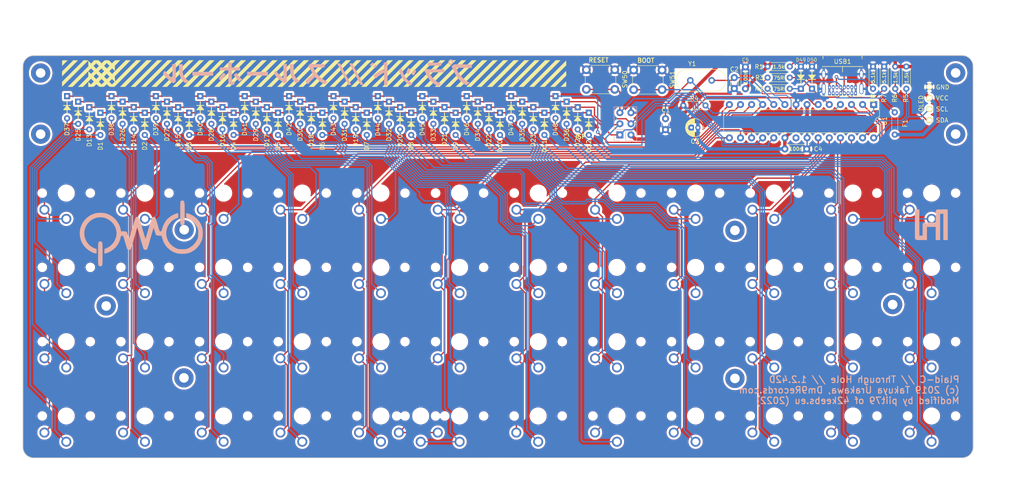
<source format=kicad_pcb>
(kicad_pcb (version 20221018) (generator pcbnew)
  (layers (0 "F.Cu" signal) (31 "B.Cu" signal) (34 "B.Paste" user) (35 "F.Paste" user) (36 "B.SilkS" user "B.Silkscreen") (37 "F.SilkS" user "F.Silkscreen") (38 "B.Mask" user) (39 "F.Mask" user) (44 "Edge.Cuts" user))
  (net 0 "")
  (net 1 "Net-(C1-Pad1)")
  (net 2 "GND")
  (net 3 "/ROW0")
  (net 4 "Net-(D3-Pad2)")
  (net 5 "Net-(D4-Pad2)")
  (net 6 "Net-(D5-Pad2)")
  (net 7 "Net-(D6-Pad2)")
  (net 8 "Net-(D7-Pad2)")
  (net 9 "Net-(D8-Pad2)")
  (net 10 "Net-(D9-Pad2)")
  (net 11 "Net-(D10-Pad2)")
  (net 12 "Net-(D11-Pad2)")
  (net 13 "Net-(D12-Pad2)")
  (net 14 "/ROW1")
  (net 15 "Net-(D13-Pad2)")
  (net 16 "Net-(D14-Pad2)")
  (net 17 "Net-(D15-Pad2)")
  (net 18 "Net-(D16-Pad2)")
  (net 19 "Net-(D17-Pad2)")
  (net 20 "Net-(D18-Pad2)")
  (net 21 "Net-(D19-Pad2)")
  (net 22 "Net-(D20-Pad2)")
  (net 23 "Net-(D21-Pad2)")
  (net 24 "Net-(D22-Pad2)")
  (net 25 "Net-(D23-Pad2)")
  (net 26 "Net-(D24-Pad2)")
  (net 27 "Net-(D25-Pad2)")
  (net 28 "/ROW2")
  (net 29 "Net-(D26-Pad2)")
  (net 30 "Net-(D27-Pad2)")
  (net 31 "Net-(D28-Pad2)")
  (net 32 "Net-(D29-Pad2)")
  (net 33 "Net-(D30-Pad2)")
  (net 34 "Net-(D31-Pad2)")
  (net 35 "Net-(D32-Pad2)")
  (net 36 "Net-(D33-Pad2)")
  (net 37 "Net-(D34-Pad2)")
  (net 38 "Net-(D35-Pad2)")
  (net 39 "Net-(D36-Pad2)")
  (net 40 "Net-(D37-Pad2)")
  (net 41 "Net-(D38-Pad2)")
  (net 42 "Net-(D39-Pad2)")
  (net 43 "Net-(D40-Pad2)")
  (net 44 "Net-(D41-Pad2)")
  (net 45 "Net-(D42-Pad2)")
  (net 46 "Net-(D43-Pad2)")
  (net 47 "Net-(D44-Pad2)")
  (net 48 "Net-(D45-Pad2)")
  (net 49 "Net-(D46-Pad2)")
  (net 50 "Net-(D47-Pad2)")
  (net 51 "Net-(D48-Pad2)")
  (net 52 "/USB_D+")
  (net 53 "/USB_D-")
  (net 54 "/RESET")
  (net 55 "/COL0")
  (net 56 "/COL1")
  (net 57 "/COL2")
  (net 58 "/COL3")
  (net 59 "/COL4")
  (net 60 "/COL5")
  (net 61 "/COL6")
  (net 62 "/COL7")
  (net 63 "/COL8")
  (net 64 "/COL9")
  (net 65 "/COL10")
  (net 66 "/COL11")
  (net 67 "Net-(C2-Pad1)")
  (net 68 "+5V")
  (net 69 "Net-(F1-Pad1)")
  (net 70 "Net-(D1-Pad2)")
  (net 71 "Net-(D2-Pad2)")
  (net 72 "Net-(D49-Pad1)")
  (net 73 "Net-(D50-Pad1)")
  (net 74 "/i2c_SCL")
  (net 75 "/i2c_SDA")
  (net 76 "/ROW3")
  (net 77 "Net-(R7-Pad2)")
  (net 78 "Net-(R8-Pad2)")
  (footprint "Resistor_THT:R_Axial_DIN0204_L3.6mm_D1.6mm_P5.08mm_Horizontal" (layer "F.Cu") (at 237.579 55.2705 -90)
    (fp_text reference "R8")
    (fp_text value "5.1k")
  )
  (footprint "Resistor_THT:R_Axial_DIN0204_L3.6mm_D1.6mm_P5.08mm_Horizontal" (layer "F.Cu") (at 213.449 60.3505)
    (fp_text reference "R2")
    (fp_text value "75R")
  )
  (footprint "Resistor_THT:R_Axial_DIN0204_L3.6mm_D1.6mm_P5.08mm_Horizontal" (layer "F.Cu") (at 218.529 55.2705 180)
    (fp_text reference "R1")
    (fp_text value "1.5k")
  )
  (footprint "Capacitors_THT:C_Disc_D3.0mm_W1.6mm_P2.50mm" (layer "F.Cu") (at 205.829 57.8105 -90)
    (fp_text reference "C2")
    (fp_text value "20p")
  )
  (footprint "Capacitors_THT:C_Disc_D3.0mm_W1.6mm_P2.50mm" (layer "F.Cu") (at 190.084 67.2105 -90)
    (fp_text reference "C1")
    (fp_text value "20p")
  )
  (footprint "Buttons_Switches_THT:SW_PUSH_6mm" (layer "F.Cu") (at 189.304 60.5705 180)
    (fp_text reference "SW51")
    (fp_text value "BOOT")
  )
  (footprint "Buttons_Switches_THT:SW_PUSH_6mm" (layer "F.Cu") (at 178.474 60.5005 180)
    (fp_text reference "SW50")
    (fp_text value "RESET")
  )
  (footprint "Crystals:Crystal_HC49-4H_Vertical" (layer "F.Cu") (at 198.209 58.4455 180)
    (fp_text reference "Y1")
    (fp_text value "16MHz")
  )
  (footprint "dm9_rc:D_DO-35_SOD27_P5.08mm_Horizontal" (layer "F.Cu") (at 164.914 64.5805 -90)
    (fp_text reference "D48")
    (fp_text value "1N4148")
  )
  (footprint "dm9_rc:D_DO-35_SOD27_P5.08mm_Horizontal" (layer "F.Cu") (at 154.754 64.5805 -90)
    (fp_text reference "D47")
    (fp_text value "1N4148")
  )
  (footprint "dm9_rc:D_DO-35_SOD27_P5.08mm_Horizontal" (layer "F.Cu") (at 144.594 64.5805 -90)
    (fp_text reference "D46")
    (fp_text value "1N4148")
  )
  (footprint "dm9_rc:D_DO-35_SOD27_P5.08mm_Horizontal" (layer "F.Cu") (at 134.434 64.5805 -90)
    (fp_text reference "D45")
    (fp_text value "1N4148")
  )
  (footprint "kbd:choc-v1-with-millmax_edit" (layer "F.Cu") (at 88.974 135.2305)
    (fp_text reference "SW39" hide)
    (fp_text value "SW_Push" hide)
  )
  (footprint "kbd:choc-v1-with-millmax_edit" (layer "F.Cu") (at 70.974 135.2305)
    (fp_text reference "SW38" hide)
    (fp_text value "SW_Push" hide)
  )
  (footprint "dm9_rc:D_DO-35_SOD27_P5.08mm_Horizontal" (layer "F.Cu") (at 172.534 68.3905 -90)
    (fp_text reference "D12")
    (fp_text value "1N4148")
  )
  (footprint "dm9_rc:D_DO-35_SOD27_P5.08mm_Horizontal" (layer "F.Cu") (at 162.374 68.3905 -90)
    (fp_text reference "D11")
    (fp_text value "1N4148")
  )
  (footprint "dm9_rc:D_DO-35_SOD27_P5.08mm_Horizontal" (layer "F.Cu") (at 152.214 68.3905 -90)
    (fp_text reference "D10")
    (fp_text value "1N4148")
  )
  (footprint "dm9_rc:D_DO-35_SOD27_P5.08mm_Horizontal" (layer "F.Cu") (at 142.054 68.3905 -90)
    (fp_text reference "D9")
    (fp_text value "1N4148")
  )
  (footprint "dm9_rc:D_DO-35_SOD27_P5.08mm_Horizontal" (layer "F.Cu") (at 131.894 68.3905 -90)
    (fp_text reference "D8")
    (fp_text value "1N4148")
  )
  (footprint "Capacitors_THT:C_Disc_D4.3mm_W1.9mm_P5.00mm" (layer "F.Cu") (at 217.404 74.1305)
    (fp_text reference "C4")
    (fp_text value "100n")
  )
  (footprint "kbd:choc-v1-with-millmax_edit" (layer "F.Cu") (at 250.974 135.2305)
    (fp_text reference "SW48" hide)
    (fp_text value "SW_Push" hide)
  )
  (footprint "kbd:choc-v1-with-millmax_edit" (layer "F.Cu") (at 232.974 135.2305)
    (fp_text reference "SW47" hide)
    (fp_text value "SW_Push" hide)
  )
  (footprint "dm9_rc:D_DO-35_SOD27_P5.08mm_Horizontal" (layer "F.Cu") (at 121.734 68.3905 -90)
    (fp_text reference "D7")
    (fp_text value "1N4148")
  )
  (footprint "dm9_rc:D_DO-35_SOD27_P5.08mm_Horizontal" (layer "F.Cu") (at 111.574 68.3905 -90)
    (fp_text reference "D6")
    (fp_text value "1N4148")
  )
  (footprint "dm9_rc:D_DO-35_SOD27_P5.08mm_Horizontal" (layer "F.Cu") (at 101.414 68.3905 -90)
    (fp_text reference "D5")
    (fp_text value "1N4148")
  )
  (footprint "dm9_rc:D_DO-35_SOD27_P5.08mm_Horizontal" (layer "F.Cu") (at 91.254 68.3905 -90)
    (fp_text reference "D4")
    (fp_text value "1N4148")
  )
  (footprint "dm9_rc:D_DO-35_SOD27_P5.08mm_Horizontal" (layer "F.Cu") (at 81.094 68.3905 -90)
    (fp_text reference "D3")
    (fp_text value "1N4148")
  )
  (footprint "dm9_rc:D_DO-35_SOD27_P5.08mm_Horizontal" (layer "F.Cu") (at 70.934 68.3905 -90)
    (fp_text reference "D2")
    (fp_text value "1N4148")
  )
  (footprint "dm9_rc:D_DO-35_SOD27_P5.08mm_Horizontal" (layer "F.Cu") (at 55.694 65.8505 -90)
    (fp_text reference "D25")
    (fp_text value "1N4148")
  )
  (footprint "dm9_rc:D_DO-35_SOD27_P5.08mm_Horizontal" (layer "F.Cu") (at 169.994 67.1205 -90)
    (fp_text reference "D24")
    (fp_text value "1N4148")
  )
  (footprint "dm9_rc:D_DO-35_SOD27_P5.08mm_Horizontal" (layer "F.Cu") (at 159.834 67.1205 -90)
    (fp_text reference "D23")
    (fp_text value "1N4148")
  )
  (footprint "dm9_rc:D_DO-35_SOD27_P5.08mm_Horizontal" (layer "F.Cu") (at 149.674 67.1205 -90)
    (fp_text reference "D22")
    (fp_text value "1N4148")
  )
  (footprint "dm9_rc:D_DO-35_SOD27_P5.08mm_Horizontal" (layer "F.Cu") (at 139.514 67.1205 -90)
    (fp_text reference "D21")
    (fp_text value "1N4148")
  )
  (footprint "dm9_rc:D_DO-35_SOD27_P5.08mm_Horizontal" (layer "F.Cu") (at 129.354 67.1205 -90)
    (fp_text reference "D20")
    (fp_text value "1N4148")
  )
  (footprint "dm9_rc:D_DO-35_SOD27_P5.08mm_Horizontal" (layer "F.Cu") (at 119.194 67.1205 -90)
    (fp_text reference "D19")
    (fp_text value "1N4148")
  )
  (footprint "dm9_miscs:polyfuse_5.1mm" (layer "F.Cu") (at 242.544 68.3005 -90)
    (fp_text reference "F1")
    (fp_text value "100mA")
  )
  (footprint "Housings_DIP:DIP-28_W7.62mm" (layer "F.Cu") (at 237.724 63.9705 -90)
    (fp_text reference "U1")
    (fp_text value "ATMEGA328-PU")
  )
  (footprint "dm9_rc:D_DO-35_SOD27_P5.08mm_Horizontal" (layer "F.Cu") (at 60.774 68.3905 -90)
    (fp_text reference "D1")
    (fp_text value "1N4148")
  )
  (footprint "dm9_rc:D_DO-35_SOD27_P5.08mm_Horizontal" (layer "F.Cu") (at 223.609 57.8105 90)
    (fp_text reference "D50")
    (fp_text value "3.6V")
  )
  (footprint "dm9_rc:D_DO-35_SOD27_P5.08mm_Horizontal" (layer "F.Cu") (at 221.069 57.8105 90)
    (fp_text reference "D49")
    (fp_text value "3.6V")
  )
  (footprint "dm9_rc:D_DO-35_SOD27_P5.08mm_Horizontal" (layer "F.Cu") (at 147.134 65.8505 -90)
    (fp_text reference "D34")
    (fp_text value "1N4148")
  )
  (footprint "Resistor_THT:R_Axial_DIN0204_L3.6mm_D1.6mm_P5.08mm_Horizontal" (layer "F.Cu") (at 194.154 64.1705)
    (fp_text reference "R4")
    (fp_text value "10k")
  )
  (footprint "Resistor_THT:R_Axial_DIN0204_L3.6mm_D1.6mm_P5.08mm_Horizontal" (layer "F.Cu") (at 245.1944 55.2751 -90)
    (fp_text reference "R5")
    (fp_text value "1.5k")
  )
  (footprint "kbd:choc-v1-with-millmax_edit" (layer "F.Cu") (at 178.974 135.2305)
    (fp_text reference "SW44" hide)
    (fp_text value "SW_Push" hide)
  )
  (footprint "plaid_silk:USB_C_GCT_USB4085-offset-pads" (layer "F.Cu") (at 230.594 55.2705 180)
    (fp_text reference "USB1")
    (fp_text value "USB_C_GCT_USB4085-Type-C")
  )
  (footprint "kbd:choc-v1-with-millmax_edit" (layer "F.Cu") (at 124.974 135.2305)
    (fp_text reference "SW41" hide)
    (fp_text value "SW_Push" hide)
  )
  (footprint "kbd:choc-v1-with-millmax_edit" (layer "F.Cu") (at 196.974 118.2305)
    (fp_text reference "SW33" hide)
    (fp_text value "SW_Push" hide)
  )
  (footprint "kbd:choc-v1-with-millmax_edit" (layer "F.Cu") (at 178.974 118.2305)
    (fp_text reference "SW32" hide)
    (fp_text value "SW_Push" hide)
  )
  (footprint "kbd:choc-v1-with-millmax_edit" (layer "F.Cu") (at 52.974 118.2305)
    (fp_text reference "SW25" hide)
    (fp_text value "SW_Push" hide)
  )
  (footprint "dm9_rc:D_DO-35_SOD27_P5.08mm_Horizontal" (layer "F.Cu") (at 109.034 67.1205 -90)
    (fp_text reference "D18")
    (fp_text value "1N4148")
  )
  (footprint "dm9_rc:D_DO-35_SOD27_P5.08mm_Horizontal" (layer "F.Cu") (at 98.874 67.1205 -90)
    (fp_text reference "D17")
    (fp_text value "1N4148")
  )
  (footprint "dm9_rc:D_DO-35_SOD27_P5.08mm_Horizontal" (layer "F.Cu") (at 88.714 67.1205 -90)
    (fp_text reference "D16")
    (fp_text value "1N4148")
  )
  (footprint "dm9_rc:D_DO-35_SOD27_P5.08mm_Horizontal" (layer "F.Cu") (at 78.554 67.1205 -90)
    (fp_text reference "D15")
    (fp_text value "1N4148")
  )
  (footprint "dm9_rc:D_DO-35_SOD27_P5.08mm_Horizontal" (layer "F.Cu") (at 68.394 67.1205 -90)
    (fp_text reference "D14")
    (fp_text value "1N4148")
  )
  (footprint "dm9_rc:D_DO-35_SOD27_P5.08mm_Horizontal" (layer "F.Cu") (at 58.234 67.1205 -90)
    (fp_text reference "D13")
    (fp_text value "1N4148")
  )
  (footprint "Capacitors_THT:C_Disc_D4.3mm_W1.9mm_P5.00mm" (layer "F.Cu") (at 208.369 60.3505 90)
    (fp_text reference "C5")
    (fp_text value "100n")
  )
  (footprint "kbd:choc-v1-with-millmax_edit" (layer "F.Cu") (at 160.974 101.2305)
    (fp_text reference "SW19" hide)
    (fp_text value "SW_Push" hide)
  )
  (footprint "kbd:choc-v1-with-millmax_edit" (layer "F.Cu") (at 52.974 135.2305)
    (fp_text reference "SW37" hide)
    (fp_text value "SW_Push" hide)
  )
  (footprint "kbd:choc-v1-with-millmax_edit" (layer "F.Cu") (at 250.974 118.2305)
    (fp_text reference "SW36" hide)
    (fp_text value "SW_Push" hide)
  )
  (footprint "kbd:choc-v1-with-millmax_edit" (layer "F.Cu") (at 196.974 135.2305)
    (fp_text reference "SW45" hide)
    (fp_text value "SW_Push" hide)
  )
  (footprint "kbd:choc-v1-with-millmax_edit" (layer "F.Cu") (at 160.974 84.2305)
    (fp_text reference "SW7" hide)
    (fp_text value "SW_Push" hide)
  )
  (footprint "Resistor_THT:R_Axial_DIN0204_L3.6mm_D1.6mm_P5.08mm_Horizontal" (layer "F.Cu") (at 213.449 57.8105)
    (fp_text reference "R3")
    (fp_text value "75R")
  )
  (footprint "kbd:choc-v1-with-millmax_edit" (layer "F.Cu") (at 250.974 101.2305)
    (fp_text reference "SW24" hide)
    (fp_text value "SW_Push" hide)
  )
  (footprint "kbd:choc-v1-with-millmax_edit" (layer "F.Cu") (at 232.974 84.2305)
    (fp_text reference "SW11" hide)
    (fp_text value "SW_Push" hide)
  )
  (footprint "kbd:choc-v1-with-millmax_edit" (layer "F.Cu") (at 70.974 101.2305)
    (fp_text reference "SW14" hide)
    (fp_text value "SW_Push" hide)
  )
  (footprint "kbd:choc-v1-with-millmax_edit" (layer "F.Cu") (at 124.974 101.2305)
    (fp_text reference "SW17" hide)
    (fp_text value "SW_Push" hide)
  )
  (footprint "kbd:choc-v1-with-millmax_edit" (layer "F.Cu") (at 124.974 84.2305)
    (fp_text reference "SW5" hide)
    (fp_text value "SW_Push" hide)
  )
  (footprint "kbd:choc-v1-with-millmax_edit" (layer "F.Cu") (at 88.974 84.2305)
    (fp_text reference "SW3" hide)
    (fp_text value "SW_Push" hide)
  )
  (footprint "kbd:choc-v1-with-millmax_edit" (layer "F.Cu") (at 250.974 84.2305)
    (fp_text reference "SW12" hide)
    (fp_text value "SW_Push" hide)
  )
  (footprint "kbd:choc-v1-with-millmax_edit" (layer "F.Cu") (at 106.974 84.2305)
    (fp_text reference "SW4" hide)
    (fp_text value "SW_Push" hide)
  )
  (footprint "kbd:choc-v1-with-millmax_edit" (layer "F.Cu") (at 142.974 84.2305)
    (fp_text reference "SW6" hide)
    (fp_text value "SW_Push" hide)
  )
  (footprint "kbd:choc-v1-with-millmax_edit" (layer "F.Cu") (at 196.974 101.2305)
    (fp_text reference "SW21" hide)
    (fp_text value "SW_Push" hide)
  )
  (footprint "kbd:choc-v1-with-millmax_edit" (layer "F.Cu") (at 52.974 101.2305)
    (fp_text reference "SW13" hide)
    (fp_text value "SW_Push" hide)
  )
  (footprint "kbd:choc-v1-with-millmax_edit" (layer "F.Cu") (at 214.974 101.2305)
    (fp_text reference "SW22" hide)
    (fp_text value "SW_Push" hide)
  )
  (footprint "dm9_rc:D_DO-35_SOD27_P5.08mm_Horizontal" (layer "F.Cu") (at 136.974 65.8505 -90)
    (fp_text reference "D33")
    (fp_text value "1N4148")
  )
  (footprint "dm9_rc:D_DO-35_SOD27_P5.08mm_Horizontal" (layer "F.Cu") (at 126.814 65.8505 -90)
    (fp_text reference "D32")
    (fp_text value "1N4148")
  )
  (footprint "dm9_rc:D_DO-35_SOD27_P5.08mm_Horizontal" (layer "F.Cu") (at 116.654 65.8505 -90)
    (fp_text reference "D31")
    (fp_text value "1N4148")
  )
  (footprint "dm9_rc:D_DO-35_SOD27_P5.08mm_Horizontal" (layer "F.Cu") (at 106.494 65.8505 -90)
    (fp_text reference "D30")
    (fp_text value "1N4148")
  )
  (footprint "dm9_rc:D_DO-35_SOD27_P5.08mm_Horizontal" (layer "F.Cu") (at 96.334 65.8505 -90)
    (fp_text reference "D29")
    (fp_text value "1N4148")
  )
  (footprint "dm9_rc:D_DO-35_SOD27_P5.08mm_Horizontal" (layer "F.Cu") (at 86.174 65.8505 -90)
    (fp_text reference "D28")
    (fp_text value "1N4148")
  )
  (footprint "dm9_rc:D_DO-35_SOD27_P5.08mm_Horizontal" (layer "F.Cu") (at 76.014 65.8505 -90)
    (fp_text reference "D27")
    (fp_text value "1N4148")
  )
  (footprint "dm9_rc:D_DO-35_SOD27_P5.08mm_Horizontal" (layer "F.Cu") (at 65.854 65.8505 -90)
    (fp_text reference "D26")
    (fp_text value "1N4148")
  )
  (footprint "plaid_silk:OLED_v2" (layer "F.Cu") (at 250.4734 63.7271 90)
    (fp_text reference "J3")
    (fp_text value "Conn_01x04" hide)
  )
  (footprint "Mounting_Holes:MountingHole_2.2mm_M2_Pad" (layer "F.Cu") (at 242.064 109.7405)
    (fp_text reference "H10" hide)
    (fp_text value "M2")
  )
  (footprint "Mounting_Holes:MountingHole_2.2mm_M2_Pad" (layer "F.Cu") (at 205.974 126.6405)
    (fp_text reference "H9" hide)
    (fp_text value "M2")
  )
  (footprint "Mounting_Holes:MountingHole_2.2mm_M2_Pad" (layer "F.Cu") (at 205.974 92.7605)
    (fp_text reference "H8" hide)
    (fp_text value "M2")
  )
  (footprint "Mounting_Holes:MountingHole_2.2mm_M2_Pad" (layer "F.Cu") (at 79.894 126.5205)
    (fp_text reference "H7" hide)
    (fp_text value "M2")
  )
  (footprint "Mounting_Holes:MountingHole_2.2mm_M2_Pad" (layer "F.Cu") (at 79.954 92.6205)
    (fp_text reference "H6" hide)
    (fp_text value "M2")
  )
  (footprint "Mounting_Holes:MountingHole_2.2mm_M2_Pad" (layer "F.Cu") (at 62.104 110.0605)
    (fp_text reference "H5" hide)
    (fp_text value "M2")
  )
  (footprint "Mounting_Holes:MountingHole_2.2mm_M2_Pad" (layer "F.Cu") (at 256.474 70.7305)
    (fp_text reference "H4" hide)
    (fp_text value "M2")
  )
  (footprint "Mounting_Holes:MountingHole_2.2mm_M2_Pad" (layer "F.Cu") (at 256.474 56.7305)
    (fp_text reference "H3" hide)
    (fp_text value "M2")
  )
  (footprint "Mounting_Holes:MountingHole_2.2mm_M2_Pad" (layer "F.Cu") (at 47.104 70.7505)
    (fp_text reference "H2" hide)
    (fp_text value "M2")
  )
  (footprint "Mounting_Holes:MountingHole_2.2mm_M2_Pad" (layer "F.Cu") (at 47.104 56.7505)
    (fp_text reference "H1" hide)
    (fp_text value "M2")
  )
  (footprint "kbd:choc-v1-with-millmax_edit" (layer "F.Cu") (at 124.974 118.2305)
    (fp_text reference "SW29" hide)
    (fp_text value "SW_Push" hide)
  )
  (footprint "kbd:choc-v1-with-millmax_edit" (layer "F.Cu") (at 88.974 118.2305)
    (fp_text reference "SW27" hide)
    (fp_text value "SW_Push" hide)
  )
  (footprint "kbd:choc-v1-with-millmax_edit" (layer "F.Cu") (at 232.974 101.2305)
    (fp_text reference "SW23" hide)
    (fp_text value "SW_Push" hide)
  )
  (footprint "kbd:choc-v1-with-millmax_edit" (layer "F.Cu") (at 88.974 101.2305)
    (fp_text reference "SW15" hide)
    (fp_text value "SW_Push" hide)
  )
  (footprint "kbd:choc-v1-with-millmax_edit" (layer "F.Cu") (at 214.974 135.2305)
    (fp_text reference "SW46" hide)
    (fp_text value "SW_Push" hide)
  )
  (footprint "kbd:choc-v1-with-millmax_edit" (layer "F.Cu") (at 70.974 118.2305)
    (fp_text reference "SW26" hide)
    (fp_text value "SW_Push" hide)
  )
  (footprint "kbd:choc-v1-with-millmax_edit" (layer "F.Cu") (at 178.974 101.2305)
    (fp_text reference "SW20" hide)
    (fp_text value "SW_Push" hide)
  )
  (footprint "kbd:choc-v1-with-millmax_edit" (layer "F.Cu") (at 106.974 101.2305)
    (fp_text reference "SW16" hide)
    (fp_text value "SW_Push" hide)
  )
  (footprint "kbd:choc-v1-with-millmax_edit" (layer "F.Cu") (at 142.974 101.2305)
    (fp_text reference "SW18" hide)
    (fp_text value "SW_Push" hide)
  )
  (footprint "dm9_rc:D_DO-35_SOD27_P5.08mm_Horizontal" (layer "F.Cu") (at 124.274 64.5805 -90)
    (fp_text reference "D44")
    (fp_text value "1N4148")
  )
  (footprint "dm9_rc:D_DO-35_SOD27_P5.08mm_Horizontal" (layer "F.Cu") (at 114.114 64.5805 -90)
    (fp_text reference "D43")
    (fp_text value "1N4148")
  )
  (footprint "dm9_rc:D_DO-35_SOD27_P5.08mm_Horizontal" (layer "F.Cu") (at 103.954 64.5805 -90)
    (fp_text reference "D42")
    (fp_text value "1N4148")
  )
  (footprint "dm9_rc:D_DO-35_SOD27_P5.08mm_Horizontal" (layer "F.Cu") (at 93.794 64.5805 -90)
    (fp_text reference "D41")
    (fp_text value "1N4148")
  )
  (footprint "dm9_rc:D_DO-35_SOD27_P5.08mm_Horizontal" (layer "F.Cu") (at 83.634 64.5805 -90)
    (fp_text reference "D40")
    (fp_text value "1N4148")
  )
  (footprint "dm9_rc:D_DO-35_SOD27_P5.08mm_Horizontal" (layer "F.Cu") (at 73.474 64.5805 -90)
    (fp_text reference "D39")
    (fp_text value "1N4148")
  )
  (footprint "dm9_rc:D_DO-35_SOD27_P5.08mm_Horizontal" (layer "F.Cu") (at 63.314 64.5805 -90)
    (fp_text reference "D38")
    (fp_text value "1N4148")
  )
  (footprint "dm9_rc:D_DO-35_SOD27_P5.08mm_Horizontal" (layer "F.Cu") (at 53.154 64.5805 -90)
    (fp_text reference "D37")
    (fp_text value "1N4148")
  )
  (footprint "dm9_rc:D_DO-35_SOD27_P5.08mm_Horizontal" (layer "F.Cu") (at 167.454 65.8505 -90)
    (fp_text reference "D36")
    (fp_text value "1N4148")
  )
  (footprint "dm9_rc:D_DO-35_SOD27_P5.08mm_Horizontal" (layer "F.Cu") (at 157.294 65.8505 -90)
    (fp_text reference "D35")
    (fp_text value "1N4148")
  )
  (footprint "kbd:choc-v1-with-millmax_edit" (layer "F.Cu") (at 160.954 135.2305)
    (fp_text reference "SW43" hide)
    (fp_text value "SW_Push" hide)
  )
  (footprint "kbd:choc-v1-with-millmax_edit" (layer "F.Cu") (at 106.974 118.2305)
    (fp_text reference "SW28" hide)
    (fp_text value "SW_Push" hide)
  )
  (footprint "kbd:choc-v1-with-millmax_edit" (layer "F.Cu") (at 106.974 135.2305)
    (fp_text reference "SW40" hide)
    (fp_text value "SW_Push" hide)
  )
  (footprint "kbd:choc-v1-with-millmax_edit" (layer "F.Cu") (at 214.974 84.2305)
    (fp_text reference "SW10" hide)
    (fp_text value "SW_Push" hide)
  )
  (footprint "kbd:choc-v1-with-millmax_edit" (layer "F.Cu") (at 232.974 118.2305)
    (fp_text reference "SW35" hide)
    (fp_text value "SW_Push" hide)
  )
  (footprint "kbd:choc-v1-with-millmax_edit" (layer "F.Cu") (at 214.974 118.2305)
    (fp_text reference "SW34" hide)
    (fp_text value "SW_Push" hide)
  )
  (footprint "kbd:choc-v1-with-millmax_edit" (layer "F.Cu") (at 160.974 118.2305)
    (fp_text reference "SW31" hide)
    (fp_text value "SW_Push" hide)
  )
  (footprint "kbd:choc-v1-with-millmax_edit" (layer "F.Cu") (at 142.974 118.2305)
    (fp_text reference "SW30" hide)
    (fp_text value "SW_Push" hide)
  )
  (footprint "kbd:choc-v1-with-millmax_edit" (layer "F.Cu") (at 70.974 84.2305)
    (fp_text reference "SW2" hide)
    (fp_text value "SW_Push" hide)
  )
  (footprint "kbd:choc-v1-with-millmax_edit" (layer "F.Cu") (at 52.974 84.2305)
    (fp_text reference "SW1" hide)
    (fp_text value "SW_Push" hide)
  )
  (footprint "kbd:choc-v1-with-millmax_edit" (layer "F.Cu") (at 196.974 84.2305)
    (fp_text reference "SW9" hide)
    (fp_text value "SW_Push" hide)
  )
  (footprint "kbd:choc-v1-with-millmax_edit" (layer "F.Cu") (at 178.974 84.2305)
    (fp_text reference "SW8" hide)
    (fp_text value "SW_Push" hide)
  )
  (footprint "Capacitors_THT:CP_Radial_D4.0mm_P1.50mm" (layer "F.Cu") (at 197.504 69.2505 180)
    (fp_text reference "C3")
    (fp_text value "4.7u")
  )
  (footprint "kbd:choc-v1-with-millmax_edit" (layer "F.Cu") (at 142.974 135.2305)
    (fp_text reference "SW42" hide)
    (fp_text value "SW_Push" hide)
  )
  (footprint "kbd:choc-v1-with-millmax_edit" (layer "F.Cu") (at 134.074 135.2305)
    (fp_text reference "SW49" hide)
    (fp_text value "SW_Push" hide)
  )
  (footprint "Resistor_THT:R_Axial_DIN0204_L3.6mm_D1.6mm_P5.08mm_Horizontal" (layer "F.Cu") (at 242.6544 55.2751 -90)
    (fp_text reference "R6")
    (fp_text value "1.5k")
  )
  (footprint "Resistor_THT:R_Axial_DIN0204_L3.6mm_D1.6mm_P5.08mm_Horizontal" (layer "F.Cu") (at 240.119 55.2705 -90)
    (fp_text reference "R7")
    (fp_text value "5.1k")
  )
  (footprint "plaid_silk:plaid_silk" (layer "F.Cu") (at 113.464 53.8305)
    (fp_text reference "G***" hide)
    (fp_text value "LOGO" hide)
  )
  (footprint "Pin_Headers:Pin_Header_Straight_2x03_Pitch2.54mm" (layer "B.Cu") (at 179.644 70.9105)
    (fp_text reference "J2" hide)
    (fp_text value "AVR_ISP_6")
  )
  (footprint "plaid_silk:plaid_katakana" (layer "B.Cu") (at 87.937722 57.432339 180)
    (fp_text reference "G***" hide)
    (fp_text value "LOGO" hide)
  )
  (footprint "dm9_silks:logo_dm9_15mm" (layer "B.Cu") (at 70.154 93.4805 180)
    (fp_text reference "G***" hide)
    (fp_text value "LOGO" hide)
  )
  (footprint "dm9_silks:logo_hsgw_7_5mm" (layer "B.Cu") (at 250.914 91.4655 180)
    (fp_text reference "G***" hide)
    (fp_text value "LOGO" hide)
  )
  (gr_line (start 257.974 52.7305) (end 45.544 52.7505) (stroke (width 0.15)) (layer "Edge.Cuts"))
  (gr_line (start 260.474 55.2305) (end 260.496233 142.312733) (stroke (width 0.15)) (layer "Edge.Cuts"))
  (gr_line (start 257.996233 144.812733) (end 45.534 144.8305) (stroke (width 0.15)) (layer "Edge.Cuts"))
  (gr_line (start 43.034 142.3305) (end 43.044 55.2505) (stroke (width 0.15)) (layer "Edge.Cuts"))
  (gr_arc (start 43.044 55.2505) (mid 43.776233 53.482733) (end 45.544 52.7505) (stroke (width 0.15)) (layer "Edge.Cuts"))
  (gr_arc (start 257.974 52.7305) (mid 259.741767 53.462733) (end 260.474 55.2305) (stroke (width 0.15)) (layer "Edge.Cuts"))
  (gr_arc (start 260.496233 142.312733) (mid 259.764 144.0805) (end 257.996233 144.812733) (stroke (width 0.15)) (layer "Edge.Cuts"))
  (gr_arc (start 45.534 144.8305) (mid 43.766233 144.098267) (end 43.034 142.3305) (stroke (width 0.15)) (layer "Edge.Cuts"))
  (gr_text "Plaid-C // Through Hole // 1.2.42D\n(c) 2019 Takuya Urakawa, Dm9Records.com\nModified by piit79 of 42keebs.eu (2022)" (at 257.499 129.3055) (layer "B.SilkS") (effects (font (size 1.5 1.5) (thickness 0.25)) (justify left mirror)))
  (gr_text "RESET" (at 174.784 53.8105) (layer "F.SilkS") (effects (font (size 1 1) (thickness 0.2))))
  (gr_text "BOOT" (at 185.594 53.8805) (layer "F.SilkS") (effects (font (size 1 1) (thickness 0.2))))
  (gr_text "ISP" (at 170.664 71.2955) (layer "F.SilkS") (effects (font (size 1 1) (thickness 0.2))))
  (gr_text "VCC" (at 251.8792 62.4841) (layer "F.SilkS") (effects (font (size 1 1)) (justify left)))
  (gr_text "SCL" (at 251.8792 65.0241) (layer "F.SilkS") (effects (font (size 1 1)) (justify left)))
  (gr_text "SDA" (at 251.8792 67.5641) (layer "F.SilkS") (effects (font (size 1 1)) (justify left)))
  (gr_text "GND" (at 251.8792 60.0076) (layer "F.SilkS") (effects (font (size 1 1)) (justify left)))
  (segment (start 190.084 64.1305) (end 195.769 58.4455) (width 0.3) (layer "F.Cu") (net 1))
  (segment (start 190.084 67.2105) (end 190.084 64.1305) (width 0.3) (layer "F.Cu") (net 1))
  (segment (start 213.024 62.1305) (end 214.864 63.9705) (width 0.3) (layer "B.Cu") (net 1))
  (segment (start 199.454 62.1305) (end 213.024 62.1305) (width 0.3) (layer "B.Cu") (net 1))
  (segment (start 195.769 58.4455) (end 199.454 62.1305) (width 0.3) (layer "B.Cu") (net 1))
  (segment (start 196.004 69.2505) (end 190.544 69.2505) (width 0.3) (layer "B.Cu") (net 2))
  (segment (start 190.544 69.2505) (end 190.084 69.7105) (width 0.3) (layer "B.Cu") (net 2))
  (segment (start 225.259 61.4005) (end 226.269 60.3905) (width 0.3) (layer "B.Cu") (net 2))
  (segment (start 222.484 74.0505) (end 222.404 74.1305) (width 0.3) (layer "B.Cu") (net 2))
  (segment (start 233.569 60.0455) (end 233.569 61.3705) (width 0.3) (layer "B.Cu") (net 2))
  (segment (start 227.614 60.0455) (end 227.614 61.3655) (width 0.3) (layer "B.Cu") (net 2))
  (segment (start 222.484 71.5905) (end 222.484 74.0505) (width 0.3) (layer "B.Cu") (net 2))
  (segment (start 219.944 63.9705) (end 222.514 61.4005) (width 0.3) (layer "B.Cu") (net 2))
  (segment (start 227.614 61.3655) (end 227.619 61.3705) (width 0.3) (layer "B.Cu") (net 2))
  (segment (start 222.514 61.4005) (end 225.259 61.4005) (width 0.3) (layer "B.Cu") (net 2))
  (segment (start 172.534 65.8505) (end 177.594 70.9105) (width 0.3) (layer "F.Cu") (net 3))
  (segment (start 142.054 65.8505) (end 60.774 65.8505) (width 0.3) (layer "F.Cu") (net 3))
  (segment (start 172.534 65.8505) (end 162.374 65.8505) (width 0.3) (layer "F.Cu") (net 3))
  (segment (start 152.214 65.8505) (end 142.054 65.8505) (width 0.3) (layer "F.Cu") (net 3))
  (segment (start 162.374 65.8505) (end 152.214 65.8505) (width 0.3) (layer "F.Cu") (net 3))
  (segment (start 176.414 69.7305) (end 172.534 65.8505) (width 0.3) (layer "F.Cu") (net 3))
  (segment (start 177.594 70.9105) (end 179.644 70.9105) (width 0.3) (layer "F.Cu") (net 3))
  (segment (start 197.912883 66.161617) (end 197.791894 66.040628) (width 0.3) (layer "B.Cu") (net 3))
  (segment (start 196.975447 65.224181) (end 196.975447 63.340499) (width 0.3) (layer "B.Cu") (net 3))
  (segment (start 187.704 63.7305) (end 183.334 68.1005) (width 0.3) (layer "B.Cu") (net 3))
  (segment (start 212.324 71.5905) (end 211.034 72.8805) (width 0.3) (layer "B.Cu") (net 3))
  (segment (start 196.975447 63.340499) (end 196.014001 62.379053) (width 0.3) (layer "B.Cu") (net 3))
  (segment (start 197.912883 66.161617) (end 196.975447 65.224181) (width 0.3) (layer "B.Cu") (net 3))
  (segment (start 183.334 68.846846) (end 182.420346 69.7605) (width 0.3) (layer "B.Cu") (net 3))
  (segment (start 211.034 72.8805) (end 203.474 72.8805) (width 0.3) (layer "B.Cu") (net 3))
  (segment (start 203.474 72.8805) (end 203.474 71.722733) (width 0.3) (layer "B.Cu") (net 3))
  (segment (start 197.791894 66.040628) (end 197.791894 66.0355) (width 0.3) (layer "B.Cu") (net 3))
  (segment (start 180.794 69.7605) (end 179.644 70.9105) (width 0.3) (layer "B.Cu") (net 3))
  (segment (start 183.334 68.1005) (end 183.334 68.846846) (width 0.3) (layer "B.Cu") (net 3))
  (segment (start 196.014001 62.379053) (end 192.642553 62.379053) (width 0.3) (layer "B.Cu") (net 3))
  (segment (start 192.642553 62.379053) (end 191.291106 63.7305) (width 0.3) (layer "B.Cu") (net 3))
  (segment (start 191.291106 63.7305) (end 187.704 63.7305) (width 0.3) (layer "B.Cu") (net 3))
  (segment (start 203.474 71.722733) (end 197.912883 66.161617) (width 0.3) (layer "B.Cu") (net 3))
  (segment (start 182.420346 69.7605) (end 180.794 69.7605) (width 0.3) (layer "B.Cu") (net 3))
  (segment (start 92.424 86.6805) (end 92.424 77.1405) (width 0.3) (layer "B.Cu") (net 4))
  (segment (start 90.694 75.4105) (end 90.226945 75.4105) (width 0.3) (layer "B.Cu") (net 4))
  (segment (start 88.974 90.1305) (end 92.424 86.6805) (width 0.3) (layer "B.Cu") (net 4))
  (segment (start 85.746945 70.9305) (end 81.094 70.9305) (width 0.3) (layer "B.Cu") (net 4))
  (segment (start 92.424 77.1405) (end 90.694 75.4105) (width 0.3) (layer "B.Cu") (net 4))
  (segment (start 90.226945 75.4105) (end 85.746945 70.9305) (width 0.3) (layer "B.Cu") (net 4))
  (segment (start 91.254 70.9305) (end 96.469839 70.9305) (width 0.3) (layer "B.Cu") (net 5))
  (segment (start 110.044 86.1305) (end 110.044 87.0605) (width 0.3) (layer "B.Cu") (net 5))
  (segment (start 110.124 86.0505) (end 110.044 86.1305) (width 0.3) (layer "B.Cu") (net 5))
  (segment (start 110.124 79.7105) (end 110.124 86.0505) (width 0.3) (layer "B.Cu") (net 5))
  (segment (start 108.742733 78.329233) (end 110.124 79.7105) (width 0.3) (layer "B.Cu") (net 5))
  (segment (start 96.469839 70.9305) (end 103.868572 78.329233) (width 0.3) (layer "B.Cu") (net 5))
  (segment (start 103.868572 78.329233) (end 108.742733 78.329233) (width 0.3) (layer "B.Cu") (net 5))
  (segment (start 110.044 87.0605) (end 106.974 90.1305) (width 0.3) (layer "B.Cu") (net 5))
  (segment (start 106.812733 76.329233) (end 116.34527 76.329233) (width 0.3) (layer "B.Cu") (net 6))
  (segment (start 128.294 79.308924) (end 128.294 88.6105) (width 0.3) (layer "B.Cu") (net 6))
  (segment (start 120.512733 76.329233) (end 125.314309 76.329233) (width 0.3) (layer "B.Cu") (net 6))
  (segment (start 125.314309 76.329233) (end 128.294 79.308924) (width 0.3) (layer "B.Cu") (net 6))
  (segment (start 126.774 90.1305) (end 124.974 90.1305) (width 0.3) (layer "B.Cu") (net 6))
  (segment (start 101.414 70.9305) (end 106.812733 76.329233) (width 0.3) (layer "B.Cu") (net 6))
  (segment (start 128.294 88.6105) (end 126.774 90.1305) (width 0.3) (layer "B.Cu") (net 6))
  (segment (start 116.34527 76.329233) (end 120.512733 76.329233) (width 0.3) (layer "B.Cu") (net 6))
  (segment (start 140.8595 82.765) (end 140.8595 86.376) (width 0.3) (layer "B.Cu") (net 7))
  (segment (start 117.270746 74.2105) (end 126.106894 74.2105) (width 0.3) (layer "B.Cu") (net 7))
  (segment (start 133.786894 81.8905) (end 140.034 81.8905) (width 0.3) (layer "B.Cu") (net 7))
  (segment (start 140.884 82.7405) (end 140.8595 82.765) (width 0.3) (layer "B.Cu") (net 7))
  (segment (start 142.974 88.4905) (end 142.974 90.1305) (width 0.3) (layer "B.Cu") (net 7))
  (segment (start 126.106894 74.2105) (end 133.786894 81.8905) (width 0.3) (layer "B.Cu") (net 7))
  (segment (start 111.574 70.9305) (end 113.990747 70.9305) (width 0.3) (layer "B.Cu") (net 7))
  (segment (start 140.034 81.8905) (end 140.884 82.7405) (width 0.3) (layer "B.Cu") (net 7))
  (segment (start 113.990747 70.9305) (end 117.270746 74.2105) (width 0.3) (layer "B.Cu") (net 7))
  (segment (start 140.8595 86.376) (end 142.974 88.4905) (width 0.3) (layer "B.Cu") (net 7))
  (segment (start 121.994 72.1705) (end 121.734 71.9105) (width 0.3) (layer "B.Cu") (net 8))
  (segment (start 159.414 91.6905) (end 155.494 91.6905) (width 0.3) (layer "B.Cu") (net 8))
  (segment (start 149.484 79.8905) (end 134.636894 79.8905) (width 0.3) (layer "B.Cu") (net 8))
  (segment (start 121.734 71.9105) (end 121.734 70.9305) (width 0.3) (layer "B.Cu") (net 8))
  (segment (start 126.916894 72.1705) (end 121.994 72.1705) (width 0.3) (layer "B.Cu") (net 8))
  (segment (start 155.494 91.6905) (end 153.884 90.0805) (width 0.3) (layer "B.Cu") (net 8))
  (segment (start 153.884 84.2905) (end 149.484 79.8905) (width 0.3) (layer "B.Cu") (net 8))
  (segment (start 160.974 90.1305) (end 159.414 91.6905) (width 0.3) (layer "B.Cu") (net 8))
  (segment (start 153.884 90.0805) (end 153.884 84.2905) (width 0.3) (layer "B.Cu") (net 8))
  (segment (start 134.636894 79.8905) (end 126.916894 72.1705) (width 0.3) (layer "B.Cu") (net 8))
  (segment (start 164.12948 85.069233) (end 164.12948 83.28699) (width 0.3) (layer "B.Cu") (net 9))
  (segment (start 158.73299 77.8905) (end 138.854 77.8905) (width 0.3) (layer "B.Cu") (net 9))
  (segment (start 138.854 77.8905) (end 131.894 70.9305) (width 0.3) (layer "B.Cu") (net 9))
  (segment (start 178.974 90.1305) (end 169.190748 90.1305) (width 0.3) (layer "B.Cu") (net 9))
  (segment (start 169.190748 90.1305) (end 164.12948 85.069233) (width 0.3) (layer "B.Cu") (net 9))
  (segment (start 164.12948 83.28699) (end 158.73299 77.8905) (width 0.3) (layer "B.Cu") (net 9))
  (segment (start 159.021414 75.3505) (end 146.474 75.3505) (width 0.3) (layer "B.Cu") (net 10))
  (segment (start 178.573644 86.8205) (end 173.844279 82.091134) (width 0.3) (layer "B.Cu") (net 10))
  (segment (start 196.974 90.1305) (end 191.164 90.1305) (width 0.3) (layer "B.Cu") (net 10))
  (segment (start 165.762048 82.091134) (end 159.021414 75.3505) (width 0.3) (layer "B.Cu") (net 10))
  (segment (start 187.854 86.8205) (end 178.573644 86.8205) (width 0.3) (layer "B.Cu") (net 10))
  (segment (start 173.844279 82.091134) (end 165.762048 82.091134) (width 0.3) (layer "B.Cu") (net 10))
  (segment (start 146.474 75.3505) (end 142.054 70.9305) (width 0.3) (layer "B.Cu") (net 10))
  (segment (start 191.164 90.1305) (end 187.854 86.8205) (width 0.3) (layer "B.Cu") (net 10))
  (segment (start 166.574838 80.0755) (end 159.699838 73.2005) (width 0.3) (layer "B.Cu") (net 11))
  (segment (start 218.609 80.0755) (end 166.574838 80.0755) (width 0.3) (layer "B.Cu") (net 11))
  (segment (start 218.814 86.2905) (end 218.814 80.2805) (width 0.3) (layer "B.Cu") (net 11))
  (segment (start 218.814 80.2805) (end 218.609 80.0755) (width 0.3) (layer "B.Cu") (net 11))
  (segment (start 214.974 90.1305) (end 218.814 86.2905) (width 0.3) (layer "B.Cu") (net 11))
  (segment (start 154.484 73.2005) (end 152.214 70.9305) (width 0.3) (layer "B.Cu") (net 11))
  (segment (start 159.699838 73.2005) (end 154.484 73.2005) (width 0.3) (layer "B.Cu") (net 11))
  (segment (start 239.335447 90.1305) (end 240.285447 89.1805) (width 0.3) (layer "B.Cu") (net 12))
  (segment (start 171.559 78.0755) (end 167.614 74.1305) (width 0.3) (layer "B.Cu") (net 12))
  (segment (start 240.285447 89.1805) (end 240.285447 80.0705) (width 0.3) (layer "B.Cu") (net 12))
  (segment (start 167.614 74.1305) (end 165.574 74.1305) (width 0.3) (layer "B.Cu") (net 12))
  (segment (start 232.974 90.1305) (end 239.335447 90.1305) (width 0.3) (layer "B.Cu") (net 12))
  (segment (start 240.285447 79.781947) (end 240.285447 80.0705) (width 0.3) (layer "B.Cu") (net 12))
  (segment (start 238.854 78.0755) (end 171.559 78.0755) (width 0.3) (layer "B.Cu") (net 12))
  (segment (start 240.285447 80.0705) (end 240.285447 79.310371) (width 0.3) (layer "B.Cu") (net 12))
  (segment (start 239.030576 78.0555) (end 238.874 78.0555) (width 0.3) (layer "B.Cu") (net 12))
  (segment (start 240.285447 79.310371) (end 239.030576 78.0555) (width 0.3) (layer "B.Cu") (net 12))
  (segment (start 165.574 74.1305) (end 162.374 70.9305) (width 0.3) (layer "B.Cu") (net 12))
  (segment (start 238.874 78.0555) (end 238.854 78.0755) (width 0.3) (layer "B.Cu") (net 12))
  (segment (start 239.859 76.0555) (end 242.354 78.5505) (width 0.3) (layer "B.Cu") (net 13))
  (segment (start 242.354 78.5505) (end 242.354 88.6405) (width 0.3) (layer "B.Cu") (net 13))
  (segment (start 243.844 90.1305) (end 250.974 90.1305) (width 0.3) (layer "B.Cu") (net 13))
  (segment (start 172.534 70.9305) (end 177.659 76.0555) (width 0.3) (layer "B.Cu") (net 13))
  (segment (start 242.354 88.6405) (end 243.844 90.1305) (width 0.3) (layer "B.Cu") (net 13))
  (segment (start 177.659 76.0555) (end 239.859 76.0555) (width 0.3) (layer "B.Cu") (net 13))
  (segment (start 173.834 66.443394) (end 173.834 64.5805) (width 0.3) (layer "F.Cu") (net 14))
  (segment (start 173.834 64.5805) (end 169.994 64.5805) (width 0.3) (layer "F.Cu") (net 14))
  (segment (start 175.971106 68.5805) (end 174.727553 67.336947) (width 0.3) (layer "F.Cu") (net 14))
  (segment (start 174.727553 67.336947) (end 173.834 66.443394) (width 0.3) (layer "F.Cu") (net 14))
  (segment (start 169.994 64.5805) (end 58.234 64.5805) (width 0.3) (layer "F.Cu") (net 14))
  (segment (start 175.761106 68.3705) (end 174.727553 67.336947) (width 0.3) (layer "F.Cu") (net 14))
  (segment (start 180.304 68.5805) (end 175.971106 68.5805) (width 0.3) (layer "F.Cu") (net 14))
  (segment (start 196.475447 65.431287) (end 202.974 71.92984) (width 0.3) (layer "B.Cu") (net 14))
  (segment (start 203.244 73.3805) (end 213.654 73.3805) (width 0.3) (layer "B.Cu") (net 14))
  (segment (start 184.694 73.2705) (end 184.694 67.4905) (width 0.3) (layer "B.Cu") (net 14))
  (segment (start 213.714 72.7405) (end 214.864 71.5905) (width 0.3) (layer "B.Cu") (net 14))
  (segment (start 192.781106 62.947606) (end 195.672553 62.947606) (width 0.3) (layer "B.Cu") (net 14))
  (segment (start 184.694 67.4905) (end 187.914 64.2705) (width 0.3) (layer "B.Cu") (net 14))
  (segment (start 179.644 68.3705) (end 176.444 71.5705) (width 0.3) (layer "B.Cu") (net 14))
  (segment (start 202.974 71.92984) (end 202.974 73.1105) (width 0.3) (layer "B.Cu") (net 14))
  (segment (start 196.475447 63.7505) (end 196.475447 65.431287) (width 0.3) (layer "B.Cu") (net 14))
  (segment (start 176.444 71.5705) (end 176.444 72.5205) (width 0.3) (layer "B.Cu") (net 14))
  (segment (start 191.458212 64.2705) (end 192.781106 62.947606) (width 0.3) (layer "B.Cu") (net 14))
  (segment (start 213.714 73.3205) (end 213.714 72.7405) (width 0.3) (layer "B.Cu") (net 14))
  (segment (start 177.194 73.2705) (end 184.694 73.2705) (width 0.3) (layer "B.Cu") (net 14))
  (segment (start 195.672553 62.947606) (end 196.475447 63.7505) (width 0.3) (layer "B.Cu") (net 14))
  (segment (start 176.444 72.5205) (end 177.194 73.2705) (width 0.3) (layer "B.Cu") (net 14))
  (segment (start 187.914 64.2705) (end 191.458212 64.2705) (width 0.3) (layer "B.Cu") (net 14))
  (segment (start 202.974 73.1105) (end 203.244 73.3805) (width 0.3) (layer "B.Cu") (net 14))
  (segment (start 213.654 73.3805) (end 213.714 73.3205) (width 0.3) (layer "B.Cu") (net 14))
  (segment (start 50.8595 105.016) (end 52.974 107.1305) (width 0.3) (layer "B.Cu") (net 15))
  (segment (start 58.234 69.6605) (end 54.811105 69.6605) (width 0.3) (layer "B.Cu") (net 15))
  (segment (start 50.8595 100.6005) (end 50.8595 105.016) (width 0.3) (layer "B.Cu") (net 15))
  (segment (start 45.714 95.455) (end 50.8595 100.6005) (width 0.3) (layer "B.Cu") (net 15))
  (segment (start 54.811105 69.6605) (end 45.714 78.757606) (width 0.3) (layer "B.Cu") (net 15))
  (segment (start 45.714 78.757606) (end 45.714 95.455) (width 0.3) (layer "B.Cu") (net 15))
  (segment (start 68.394 82.6905) (end 68.958823 83.255323) (width 0.3) (layer "B.Cu") (net 16))
  (segment (start 68.394 69.6605) (end 68.394 82.6905) (width 0.3) (layer "B.Cu") (net 16))
  (segment (start 68.8595 83.354645) (end 68.8595 105.016) (width 0.3) (layer "B.Cu") (net 16))
  (segment (start 68.958823 83.255323) (end 68.8595 83.354645) (width 0.3) (layer "B.Cu") (net 16))
  (segment (start 68.8595 105.016) (end 70.974 107.1305) (width 0.3) (layer "B.Cu") (net 16))
  (segment (start 86.334 102.7605) (end 88.974 105.4005) (width 0.3) (layer "B.Cu") (net 17))
  (segment (start 86.354 77.2505) (end 86.354 82.2805) (width 0.3) (layer "B.Cu") (net 17))
  (segment (start 78.554 70.650449) (end 83.684051 75.7805) (width 0.3) (layer "B.Cu") (net 17))
  (segment (start 86.354 82.2805) (end 86.8595 82.786) (width 0.3) (layer "B.Cu") (net 17))
  (segment (start 88.974 105.4005) (end 88.974 107.1305) (width 0.3) (layer "B.Cu") (net 17))
  (segment (start 86.334 91.8005) (end 86.334 102.7605) (width 0.3) (layer "B.Cu") (net 17))
  (segment (start 78.554 69.6605) (end 78.554 70.650449) (width 0.3) (layer "B.Cu") (net 17))
  (segment (start 83.684051 75.7805) (end 84.964 75.7805) (width 0.3) (layer "B.Cu") (net 17))
  (segment (start 86.8595 82.786) (end 86.8595 91.275) (width 0.3) (layer "B.Cu") (net 17))
  (segment (start 84.964 75.7805) (end 84.964 75.8605) (width 0.3) (layer "B.Cu") (net 17))
  (segment (start 84.964 75.8605) (end 86.354 77.2505) (width 0.3) (layer "B.Cu") (net 17))
  (segment (start 86.8595 91.275) (end 86.334 91.8005) (width 0.3) (layer "B.Cu") (net 17))
  (segment (start 104.8595 80.027268) (end 104.8595 105.016) (width 0.3) (layer "B.Cu") (net 18))
  (segment (start 104.8595 105.016) (end 106.974 107.1305) (width 0.3) (layer "B.Cu") (net 18))
  (segment (start 98.262733 73.4305) (end 104.8595 80.027268) (width 0.3) (layer "B.Cu") (net 18))
  (segment (start 88.714 70.650449) (end 91.494051 73.4305) (width 0.3) (layer "B.Cu") (net 18))
  (segment (start 88.714 69.6605) (end 88.714 70.650449) (width 0.3) (layer "B.Cu") (net 18))
  (segment (start 91.494051 73.4305) (end 98.262733 73.4305) (width 0.3) (layer "B.Cu") (net 18))
  (segment (start 122.284634 77.349866) (end 122.284634 77.385634) (width 0.3) (layer "B.Cu") (net 19))
  (segment (start 98.874 69.6605) (end 98.874 70.650449) (width 0.3) (layer "B.Cu") (net 19))
  (segment (start 105.052784 76.829233) (end 121.764 76.829233) (width 0.3) (layer "B.Cu") (net 19))
  (segment (start 122.284634 77.385634) (end 122.8595 77.9605) (width 0.3) (layer "B.Cu") (net 19))
  (segment (start 122.284634 77.349866) (end 121.764 76.829233) (width 0.3) (layer "B.Cu") (net 19))
  (segment (start 98.874 70.650449) (end 105.052784 76.829233) (width 0.3) (layer "B.Cu") (net 19))
  (segment (start 122.8595 105.016) (end 124.974 107.1305) (width 0.3) (layer "B.Cu") (net 19))
  (segment (start 122.8595 77.9605) (end 122.8595 105.016) (width 0.3) (layer "B.Cu") (net 19))
  (segment (start 140.270447 86.494053) (end 141.014 87.237606) (width 0.3) (layer "B.Cu") (net 20))
  (segment (start 141.014 87.237606) (end 141.014 99.3005) (width 0.3) (layer "B.Cu") (net 20))
  (segment (start 140.270447 82.834053) (end 140.270447 86.494053) (width 0.3) (layer "B.Cu") (net 20))
  (segment (start 140.609 104.7655) (end 142.974 107.1305) (width 0.3) (layer "B.Cu") (net 20))
  (segment (start 117.135746 74.782606) (end 125.971894 74.782606) (width 0.3) (layer "B.Cu") (net 20))
  (segment (start 141.014 99.3005) (end 140.609 99.7055) (width 0.3) (layer "B.Cu") (net 20))
  (segment (start 109.034 71.280855) (end 110.318822 72.565678) (width 0.3) (layer "B.Cu") (net 20))
  (segment (start 139.826894 82.3905) (end 140.270447 82.834053) (width 0.3) (layer "B.Cu") (net 20))
  (segment (start 140.609 99.7055) (end 140.609 104.7655) (width 0.3) (layer "B.Cu") (net 20))
  (segment (start 114.918818 72.565678) (end 117.135746 74.782606) (width 0.3) (layer "B.Cu") (net 20))
  (segment (start 133.579788 82.3905) (end 139.826894 82.3905) (width 0.3) (layer "B.Cu") (net 20))
  (segment (start 110.318822 72.565678) (end 114.918818 72.565678) (width 0.3) (layer "B.Cu") (net 20))
  (segment (start 109.034 69.6605) (end 109.034 71.280855) (width 0.3) (layer "B.Cu") (net 20))
  (segment (start 125.971894 74.782606) (end 133.579788 82.3905) (width 0.3) (layer "B.Cu") (net 20))
  (segment (start 149.276894 80.3905) (end 153.244 84.357606) (width 0.3) (layer "B.Cu") (net 21))
  (segment (start 158.694 104.8505) (end 160.974 107.1305) (width 0.3) (layer "B.Cu") (net 21))
  (segment (start 157.214 92.1905) (end 158.694 93.6705) (width 0.3) (layer "B.Cu") (net 21))
  (segment (start 153.384 90.287606) (end 155.286894 92.1905) (width 0.3) (layer "B.Cu") (net 21))
  (segment (start 158.694 93.6705) (end 158.694 104.8505) (width 0.3) (layer "B.Cu") (net 21))
  (segment (start 126.709788 72.6705) (end 134.429788 80.3905) (width 0.3) (layer "B.Cu") (net 21))
  (segment (start 121.239 72.6855) (end 121.254 72.6705) (width 0.3) (layer "B.Cu") (net 21))
  (segment (start 153.244 84.357606) (end 153.244 84.5005) (width 0.3) (layer "B.Cu") (net 21))
  (segment (start 121.254 72.6705) (end 126.709788 72.6705) (width 0.3) (layer "B.Cu") (net 21))
  (segment (start 134.429788 80.3905) (end 149.276894 80.3905) (width 0.3) (layer "B.Cu") (net 21))
  (segment (start 153.384 84.6405) (end 153.384 90.287606) (width 0.3) (layer "B.Cu") (net 21))
  (segment (start 119.194 69.6605) (end 119.194 70.6405) (width 0.3) (layer "B.Cu") (net 21))
  (segment (start 153.244 84.5005) (end 153.384 84.6405) (width 0.3) (layer "B.Cu") (net 21))
  (segment (start 155.286894 92.1905) (end 157.214 92.1905) (width 0.3) (layer "B.Cu") (net 21))
  (segment (start 119.194 70.6405) (end 121.239 72.6855) (width 0.3) (layer "B.Cu") (net 21))
  (segment (start 176.144 104.3005) (end 178.974 107.1305) (width 0.3) (layer "B.Cu") (net 22))
  (segment (start 163.62948 85.27634) (end 174.503642 96.1505) (width 0.3) (layer "B.Cu") (net 22))
  (segment (start 176.144 97.7105) (end 176.144 104.3005) (width 0.3) (layer "B.Cu") (net 22))
  (segment (start 174.503642 96.1505) (end 174.584 96.1505) (width 0.3) (layer "B.Cu") (net 22))
  (segment (start 129.354 69.6605) (end 129.354 70.650449) (width 0.3) (layer "B.Cu") (net 22))
  (segment (start 129.354 70.650449) (end 137.094051 78.3905) (width 0.3) (layer "B.Cu") (net 22))
  (segment (start 163.62948 83.494096) (end 163.62948 85.27634) (width 0.3) (layer "B.Cu") (net 22))
  (segment (start 137.094051 78.3905) (end 158.525884 78.3905) (width 0.3) (layer "B.Cu") (net 22))
  (segment (start 158.525884 78.3905) (end 163.62948 83.494096) (width 0.3) (layer "B.Cu") (net 22))
  (segment (start 174.584 96.1505) (end 176.144 97.7105) (width 0.3) (layer "B.Cu") (net 22))
  (segment (start 196.974 105.4605) (end 194.444 102.9305) (width 0.3) (layer "B.Cu") (net 23))
  (segment (start 192.324 90.6305) (end 190.956894 90.6305) (width 0.3) (layer "B.Cu") (net 23))
  (segment (start 173.637173 82.591134) (end 165.554942 82.591134) (width 0.3) (layer "B.Cu") (net 23))
  (segment (start 196.974 107.1305) (end 196.974 105.4605) (width 0.3) (layer "B.Cu") (net 23))
  (segment (start 192.654 90.6305) (end 192.324 90.6305) (width 0.3) (layer "B.Cu") (net 23))
  (segment (start 165.554942 82.591134) (end 159.354308 76.3905) (width 0.3) (layer "B.Cu") (net 23))
  (segment (start 178.366538 87.3205) (end 177.99527 86.94923) (width 0.3) (layer "B.Cu") (net 23))
  (segment (start 194.444 92.4205) (end 192.654 90.6305) (width 0.3) (layer "B.Cu") (net 23))
  (segment (start 177.99527 86.94923) (end 173.637173 82.591134) (width 0.3) (layer "B.Cu") (net 23))
  (segment (start 145.254051 76.3905) (end 139.514 70.650449) (width 0.3) (layer "B.Cu") (net 23))
  (segment (start 187.646894 87.3205) (end 178.366538 87.3205) (width 0.3) (layer "B.Cu") (net 23))
  (segment (start 139.514 70.650449) (end 139.514 69.6605) (width 0.3) (layer "B.Cu") (net 23))
  (segment (start 178.26027 87.21423) (end 177.99527 86.94923) (width 0.3) (layer "B.Cu") (net 23))
  (segment (start 190.956894 90.6305) (end 187.646894 87.3205) (width 0.3) (layer "B.Cu") (net 23))
  (segment (start 194.444 102.9305) (end 194.444 92.4205) (width 0.3) (layer "B.Cu") (net 23))
  (segment (start 159.354308 76.3905) (end 145.254051 76.3905) (width 0.3) (layer "B.Cu") (net 23))
  (segment (start 212.724 104.8805) (end 214.974 107.1305) (width 0.3) (layer "B.Cu") (net 24))
  (segment (start 212.724 83.7605) (end 212.724 104.8805) (width 0.3) (layer "B.Cu") (net 24))
  (segment (start 149.674 69.6605) (end 149.674 70.650449) (width 0.3) (layer "B.Cu") (net 24))
  (segment (start 166.399 80.5755) (end 209.539 80.5755) (width 0.3) (layer "B.Cu") (net 24))
  (segment (start 209.539 80.5755) (end 212.724 83.7605) (width 0.3) (layer "B.Cu") (net 24))
  (segment (start 159.492732 73.7005) (end 166.383366 80.591134) (width 0.3) (layer "B.Cu") (net 24))
  (segment (start 166.383366 80.591134) (end 166.399 80.5755) (width 0.3) (layer "B.Cu") (net 24))
  (segment (start 152.724051 73.7005) (end 159.492732 73.7005) (width 0.3) (layer "B.Cu") (net 24))
  (segment (start 149.674 70.650449) (end 152.724051 73.7005) (width 0.3) (layer "B.Cu") (net 24))
  (segment (start 230.8595 105.016) (end 232.974 107.1305) (width 0.3) (layer "B.Cu") (net 25))
  (segment (start 228.556106 78.5755) (end 230.8595 80.878894) (width 0.3) (layer "B.Cu") (net 25))
  (segment (start 159.834 70.650449) (end 167.759052 78.5755) (width 0.3) (layer "B.Cu") (net 25))
  (segment (start 230.8595 80.878894) (end 230.8595 105.016) (width 0.3) (layer "B.Cu") (net 25))
  (segment (start 159.834 69.6605) (end 159.834 70.650449) (width 0.3) (layer "B.Cu") (net 25))
  (segment (start 167.759052 78.5755) (end 228.556106 78.5755) (width 0.3) (layer "B.Cu") (net 25))
  (segment (start 250.974 107.1305) (end 250.974 104.220855) (width 0.3) (layer "B.Cu") (net 26))
  (segment (start 250.974 104.220855) (end 248.383822 101.630678) (width 0.3) (layer "B.Cu") (net 26))
  (segment (start 248.383822 101.630678) (end 248.383822 99.480322) (width 0.3) (layer "B.Cu") (net 26))
  (segment (start 248.383822 99.480322) (end 241.785447 92.881947) (width 0.3) (layer "B.Cu") (net 26))
  (segment (start 241.785447 78.689053) (end 239.651894 76.5555) (width 0.3) (layer "B.Cu") (net 26))
  (segment (start 176.674074 76.5555) (end 169.994 69.875425) (width 0.3) (layer "B.Cu") (net 26))
  (segment (start 169.994 69.875425) (end 169.994 69.6605) (width 0.3) (layer "B.Cu") (net 26))
  (segment (start 239.651894 76.5555) (end 176.674074 76.5555) (width 0.3) (layer "B.Cu") (net 26))
  (segment (start 241.785447 92.881947) (end 241.785447 78.689053) (width 0.3) (layer "B.Cu") (net 26))
  (segment (start 54.244 68.6605) (end 54.514 68.3905) (width 0.3) (layer "B.Cu") (net 27))
  (segment (start 54.514 68.3905) (end 55.694 68.3905) (width 0.3) (layer "B.Cu") (net 27))
  (segment (start 45.214 78.5505) (end 54.244 69.520499) (width 0.3) (layer "B.Cu") (net 27))
  (segment (start 54.244 69.520499) (end 54.244 68.6605) (width 0.3) (layer "B.Cu") (net 27))
  (segment (start 45.214 114.20146) (end 45.214 78.5505) (width 0.3) (layer "B.Cu") (net 27))
  (segment (start 52.974 124.1305) (end 52.974 121.96146) (width 0.3) (layer "B.Cu") (net 27))
  (segment (start 52.974 121.96146) (end 45.214 114.20146) (width 0.3) (layer "B.Cu") (net 27))
  (segment (start 174.014 63.3105) (end 177.924 67.2205) (width 0.3) (layer "F.Cu") (net 28))
  (segment (start 167.454 63.3105) (end 174.014 63.3105) (width 0.3) (layer "F.Cu") (net 28))
  (segment (start 181.034 67.2205) (end 182.184 68.3705) (width 0.3) (layer "F.Cu") (net 28))
  (segment (start 167.454 63.3105) (end 55.694 63.3105) (width 0.3) (layer "F.Cu") (net 28))
  (segment (start 177.924 67.2205) (end 181.034 67.2205) (width 0.3) (layer "F.Cu") (net 28))
  (segment (start 197.475447 65.011947) (end 197.475447 63.133393) (width 0.3) (layer "B.Cu") (net 28))
  (segment (start 187.434 63.1205) (end 182.184 68.3705) (width 0.3) (layer "B.Cu") (net 28))
  (segment (start 202.458872 70.0005) (end 199.054 66.595628) (width 0.3) (layer "B.Cu") (net 28))
  (segment (start 196.221107 61.879053) (end 192.435447 61.879053) (width 0.3) (layer "B.Cu") (net 28))
  (segment (start 209.784 70.3305) (end 209.454 70.0005) (width 0.3) (layer "B.Cu") (net 28))
  (segment (start 192.435447 61.879053) (end 191.194 63.1205) (width 0.3) (layer "B.Cu") (net 28))
  (segment (start 197.475447 63.133393) (end 196.221107 61.879053) (width 0.3) (layer "B.Cu") (net 28))
  (segment (start 209.454 70.0005) (end 202.458872 70.0005) (width 0.3) (layer "B.Cu") (net 28))
  (segment (start 191.194 63.1205) (end 187.434 63.1205) (width 0.3) (layer "B.Cu") (net 28))
  (segment (start 209.784 71.5905) (end 209.784 70.3305) (width 0.3) (layer "B.Cu") (net 28))
  (segment (start 199.054 66.5905) (end 197.475447 65.011947) (width 0.3) (layer "B.Cu") (net 28))
  (segment (start 199.054 66.595628) (end 199.054 66.5905) (width 0.3) (layer "B.Cu") (net 28))
  (segment (start 70.974 121.220855) (end 70.974 124.1305) (width 0.3) (layer "B.Cu") (net 29))
  (segment (start 67.894 82.897607) (end 68.3595 83.363107) (width 0.3) (layer "B.Cu") (net 29))
  (segment (start 68.3595 118.606355) (end 70.974 121.220855) (width 0.3) (layer "B.Cu") (net 29))
  (segment (start 67.894 75.4605) (end 67.894 82.897607) (width 0.3) (layer "B.Cu") (net 29))
  (segment (start 65.854 68.3905) (end 65.854 73.4205) (width 0.3) (layer "B.Cu") (net 29))
  (segment (start 68.3595 83.363107) (end 68.3595 118.606355) (width 0.3) (layer "B.Cu") (net 29))
  (segment (start 65.854 73.4205) (end 67.894 75.4605) (width 0.3) (layer "B.Cu") (net 29))
  (segment (start 86.3595 91.0005) (end 86.3595 83.096) (width 0.3) (layer "B.Cu") (net 30))
  (segment (start 85.794 102.927607) (end 85.794 91.566) (width 0.3) (layer "B.Cu") (net 30))
  (segment (start 86.664 118.910856) (end 86.664 103.797606) (width 0.3) (layer "B.Cu") (net 30))
  (segment (start 84.664 76.2805) (end 82.914051 76.2805) (width 0.3) (layer "B.Cu") (net 30))
  (segment (start 86.3595 83.096) (end 85.794 82.5305) (width 0.3) (layer "B.Cu") (net 30))
  (segment (start 85.794 91.566) (end 86.3595 91.0005) (width 0.3) (layer "B.Cu") (net 30))
  (segment (start 85.794 77.4105) (end 84.664 76.2805) (width 0.3) (layer "B.Cu") (net 30))
  (segment (start 88.974 124.1305) (end 88.974 121.220855) (width 0.3) (layer "B.Cu") (net 30))
  (segment (start 85.794 82.5305) (end 85.794 77.4105) (width 0.3) (layer "B.Cu") (net 30))
  (segment (start 88.974 121.220855) (end 86.664 118.910856) (width 0.3) (layer "B.Cu") (net 30))
  (segment (start 82.914051 76.2805) (end 76.014 69.380449) (width 0.3) (layer "B.Cu") (net 30))
  (segment (start 76.014 69.380449) (end 76.014 68.3905) (width 0.3) (layer "B.Cu") (net 30))
  (segment (start 86.664 103.797606) (end 85.794 102.927607) (width 0.3) (layer "B.Cu") (net 30))
  (segment (start 104.374 118.620855) (end 104.3595 118.606355) (width 0.3) (layer "B.Cu") (net 31))
  (segment (start 106.974 124.1305) (end 104.374 121.5305) (width 0.3) (layer "B.Cu") (net 31))
  (segment (start 104.374 121.5305) (end 104.374 118.620855) (width 0.3) (layer "B.Cu") (net 31))
  (segment (start 104.3595 118.606355) (end 104.3595 80.234374) (width 0.3) (layer "B.Cu") (net 31))
  (segment (start 104.3595 80.234374) (end 98.535627 74.4105) (width 0.3) (layer "B.Cu") (net 31))
  (segment (start 91.594 74.4105) (end 86.174 68.9905) (width 0.3) (layer "B.Cu") (net 31))
  (segment (start 86.174 68.9905) (end 86.174 68.3905) (width 0.3) (layer "B.Cu") (net 31))
  (segment (start 98.535627 74.4105) (end 91.594 74.4105) (width 0.3) (layer "B.Cu") (net 31))
  (segment (start 122.333197 121.489697) (end 124.974 124.1305) (width 0.3) (layer "B.Cu") (net 32))
  (segment (start 122.333197 78.141303) (end 122.333197 121.489697) (width 0.3) (layer "B.Cu") (net 32))
  (segment (start 121.521127 77.329233) (end 122.333197 78.141303) (width 0.3) (layer "B.Cu") (net 32))
  (segment (start 96.334 69.380449) (end 104.282784 77.329233) (width 0.3) (layer "B.Cu") (net 32))
  (segment (start 104.282784 77.329233) (end 121.521127 77.329233) (width 0.3) (layer "B.Cu") (net 32))
  (segment (start 96.334 68.3905) (end 96.334 69.380449) (width 0.3) (layer "B.Cu") (net 32))
  (segment (start 114.711712 73.065678) (end 116.975267 75.329233) (width 0.3) (layer "B.Cu") (net 33))
  (segment (start 140.514 99.093394) (end 140.075447 99.531947) (width 0.3) (layer "B.Cu") (net 33))
  (segment (start 139.770447 86.744054) (end 140.404 87.377607) (width 0.3) (layer "B.Cu") (net 33))
  (segment (start 140.075447 99.531947) (end 140.075447 105.031947) (width 0.3) (layer "B.Cu") (net 33))
  (segment (start 133.289788 82.8905) (end 139.534 82.8905) (width 0.3) (layer "B.Cu") (net 33))
  (segment (start 116.975267 75.329233) (end 125.635267 75.329233) (width 0.3) (layer "B.Cu") (net 33))
  (segment (start 125.681894 75.282606) (end 133.289788 82.8905) (width 0.3) (layer "B.Cu") (net 33))
  (segment (start 140.514 87.444713) (end 140.514 99.093394) (width 0.3) (layer "B.Cu") (net 33))
  (segment (start 106.494 68.3905) (end 106.494 69.447963) (width 0.3) (layer "B.Cu") (net 33))
  (segment (start 125.635267 75.329233) (end 125.681894 75.282606) (width 0.3) (layer "B.Cu") (net 33))
  (segment (start 140.446894 87.377607) (end 140.514 87.444713) (width 0.3) (layer "B.Cu") (net 33))
  (segment (start 139.770447 83.126947) (end 139.770447 86.744054) (width 0.3) (layer "B.Cu") (net 33))
  (segment (start 106.494 69.447963) (end 110.111715 73.065678) (width 0.3) (layer "B.Cu") (net 33))
  (segment (start 140.075447 105.031947) (end 140.8595 105.816) (width 0.3) (layer "B.Cu") (net 33))
  (segment (start 140.8595 122.016) (end 142.974 124.1305) (width 0.3) (layer "B.Cu") (net 33))
  (segment (start 110.111715 73.065678) (end 114.711712 73.065678) (width 0.3) (layer "B.Cu") (net 33))
  (segment (start 139.534 82.8905) (end 139.770447 83.126947) (width 0.3) (layer "B.Cu") (net 33))
  (segment (start 140.8595 105.816) (end 140.8595 122.016) (width 0.3) (layer "B.Cu") (net 33))
  (segment (start 140.404 87.377607) (end 140.446894 87.377607) (width 0.3) (layer "B.Cu") (net 33))
  (segment (start 121.031894 73.1855) (end 119.076894 71.2305) (width 0.3) (layer "B.Cu") (net 34))
  (segment (start 152.884 84.847606) (end 148.926894 80.8905) (width 0.3) (layer "B.Cu") (net 34))
  (segment (start 152.884 90.494712) (end 152.884 84.847606) (width 0.3) (layer "B.Cu") (net 34))
  (segment (start 116.654 70.9105) (end 116.654 68.3905) (width 0.3) (layer "B.Cu") (net 34))
  (segment (start 123.139 73.1855) (end 121.031894 73.1855) (width 0.3) (layer "B.Cu") (net 34))
  (segment (start 155.079788 92.6905) (end 152.884 90.494712) (width 0.3) (layer "B.Cu") (net 34))
  (segment (start 158.8595 105.723106) (end 158.115447 104.979053) (width 0.3) (layer "B.Cu") (net 34))
  (segment (start 134.222682 80.8905) (end 126.502682 73.1705) (width 0.3) (layer "B.Cu") (net 34))
  (segment (start 158.194 104.9005) (end 158.194 93.877606) (width 0.3) (layer "B.Cu") (net 34))
  (segment (start 158.115447 104.979053) (end 158.194 104.9005) (width 0.3) (layer "B.Cu") (net 34))
  (segment (start 119.076894 71.2305) (end 116.974 71.2305) (width 0.3) (layer "B.Cu") (net 34))
  (segment (start 123.154 73.1705) (end 123.139 73.1855) (width 0.3) (layer "B.Cu") (net 34))
  (segment (start 116.974 71.2305) (end 116.654 70.9105) (width 0.3) (layer "B.Cu") (net 34))
  (segment (start 157.006894 92.6905) (end 155.079788 92.6905) (width 0.3) (layer "B.Cu") (net 34))
  (segment (start 160.974 124.1305) (end 158.8595 122.016) (width 0.3) (layer "B.Cu") (net 34))
  (segment (start 148.926894 80.8905) (end 134.222682 80.8905) (width 0.3) (layer "B.Cu") (net 34))
  (segment (start 126.502682 73.1705) (end 123.154 73.1705) (width 0.3) (layer "B.Cu") (net 34))
  (segment (start 158.194 93.877606) (end 157.006894 92.6905) (width 0.3) (layer "B.Cu") (net 34))
  (segment (start 158.8595 122.016) (end 158.8595 105.723106) (width 0.3) (layer "B.Cu") (net 34))
  (segment (start 157.734 86.0695) (end 157.734 79.8005) (width 0.3) (layer "B.Cu") (net 35))
  (segment (start 175.304 100.9305) (end 175.304 97.657964) (width 0.3) (layer "B.Cu") (net 35))
  (segment (start 175.304 97.657964) (end 164.185534 86.5395) (width 0.3) (layer "B.Cu") (net 35))
  (segment (start 164.185534 86.5395) (end 158.204 86.5395) (width 0.3) (layer "B.Cu") (net 35))
  (segment (start 157.734 79.8005) (end 156.824 78.8905) (width 0.3) (layer "B.Cu") (net 35))
  (segment (start 156.824 78.8905) (end 135.364 78.8905) (width 0.3) (layer "B.Cu") (net 35))
  (segment (start 175.644 101.2705) (end 175.304 100.9305) (width 0.3) (layer "B.Cu") (net 35))
  (segment (start 126.814 68.3905) (end 126.814 70.3405) (width 0.3) (layer "B.Cu") (net 35))
  (segment (start 158.204 86.5395) (end 157.734 86.0695) (width 0.3) (layer "B.Cu") (net 35))
  (segment (start 175.644 120.8005) (end 175.644 101.2705) (width 0.3) (layer "B.Cu") (net 35))
  (segment (start 126.814 70.3405) (end 135.364 78.8905) (width 0.3) (layer "B.Cu") (net 35))
  (segment (start 178.974 124.1305) (end 175.644 120.8005) (width 0.3) (layer "B.Cu") (net 35))
  (segment (start 144.484051 76.8905) (end 159.147202 76.8905) (width 0.3) (layer "B.Cu") (net 36))
  (segment (start 159.147202 76.8905) (end 165.12948 82.872778) (width 0.3) (layer "B.Cu") (net 36))
  (segment (start 165.12948 84.65502) (end 166.65448 86.18002) (width 0.3) (layer "B.Cu") (net 36))
  (segment (start 194.854 104.1005) (end 194.854 122.0105) (width 0.3) (layer "B.Cu") (net 36))
  (segment (start 177.116717 86.777783) (end 177.116717 86.777786) (width 0.3) (layer "B.Cu") (net 36))
  (segment (start 193.944 103.1905) (end 194.854 104.1005) (width 0.3) (layer "B.Cu") (net 36))
  (segment (start 171.56448 86.18002) (end 172.104 85.6405) (width 0.3) (layer "B.Cu") (net 36))
  (segment (start 191.240788 91.6215) (end 192.937894 91.6215) (width 0.3) (layer "B.Cu") (net 36))
  (segment (start 175.979434 85.6405) (end 177.116717 86.777783) (width 0.3) (layer "B.Cu") (net 36))
  (segment (start 172.104 85.6405) (end 175.979434 85.6405) (width 0.3) (layer "B.Cu") (net 36))
  (segment (start 136.974 68.3905) (end 136.974 69.380449) (width 0.3) (layer "B.Cu") (net 36))
  (segment (start 166.65448 86.18002) (end 171.56448 86.18002) (width 0.3) (layer "B.Cu") (net 36))
  (segment (start 187.439787 87.820499) (end 191.240788 91.6215) (width 0.3) (layer "B.Cu") (net 36))
  (segment (start 178.15943 87.820499) (end 187.439787 87.820499) (width 0.3) (layer "B.Cu") (net 36))
  (segment (start 194.854 122.0105) (end 196.974 124.1305) (width 0.3) (layer "B.Cu") (net 36))
  (segment (start 192.937894 91.6215) (end 193.944 92.627606) (width 0.3) (layer "B.Cu") (net 36))
  (segment (start 193.944 92.627606) (end 193.944 103.1905) (width 0.3) (layer "B.Cu") (net 36))
  (segment (start 177.116717 86.777786) (end 178.15943 87.820499) (width 0.3) (layer "B.Cu") (net 36))
  (segment (start 136.974 69.380449) (end 144.484051 76.8905) (width 0.3) (layer "B.Cu") (net 36))
  (segment (start 165.12948 82.872778) (end 165.12948 84.65502) (width 0.3) (layer "B.Cu") (net 36))
  (segment (start 159.285626 74.2005) (end 151.954051 74.2005) (width 0.3) (layer "B.Cu") (net 37))
  (segment (start 166.17626 81.091134) (end 159.285626 74.2005) (width 0.3) (layer "B.Cu") (net 37))
  (segment (start 147.134 69.380449) (end 147.134 68.3905) (width 0.3) (layer "B.Cu") (net 37))
  (segment (start 151.954051 74.2005) (end 147.134 69.380449) (width 0.3) (layer "B.Cu") (net 37))
  (segment (start 167.028366 81.091134) (end 166.17626 81.091134) (width 0.3) (layer "B.Cu") (net 37))
  (segment (start 167.044 81.0755) (end 167.028366 81.091134) (width 0.3) (layer "B.Cu") (net 37))
  (segment (start 209.331894 81.0755) (end 167.044 81.0755) (width 0.3) (layer "B.Cu") (net 37))
  (segment (start 214.974 124.1305) (end 212.224 121.3805) (width 0.3) (layer "B.Cu") (net 37))
  (segment (start 212.224 121.3805) (end 212.224 83.967606) (width 0.3) (layer "B.Cu") (net 37))
  (segment (start 212.224 83.967606) (end 209.331894 81.0755) (width 0.3) (layer "B.Cu") (net 37))
  (segment (start 228.119 79.0755) (end 166.989052 79.0755) (width 0.3) (layer "B.Cu") (net 38))
  (segment (start 230.3595 81.316) (end 228.119 79.0755) (width 0.3) (layer "B.Cu") (net 38))
  (segment (start 230.3595 121.516) (end 230.3595 81.316) (width 0.3) (layer "B.Cu") (net 38))
  (segment (start 232.974 124.1305) (end 230.3595 121.516) (width 0.3) (layer "B.Cu") (net 38))
  (segment (start 166.989052 79.0755) (end 157.294 69.380449) (width 0.3) (layer "B.Cu") (net 38))
  (segment (start 157.294 69.380449) (end 157.294 68.3905) (width 0.3) (layer "B.Cu") (net 38))
  (segment (start 167.454 69.380449) (end 175.12905 77.0555) (width 0.3) (layer "B.Cu") (net 39))
  (segment (start 247.883822 101.837784) (end 249.064 103.017961) (width 0.3) (layer "B.Cu") (net 39))
  (segment (start 167.454 68.3905) (end 167.454 69.380449) (width 0.3) (layer "B.Cu") (net 39))
  (segment (start 239.444788 77.0555) (end 241.285447 78.896159) (width 0.3) (layer "B.Cu") (net 39))
  (segment (start 249.064 103.017961) (end 249.064 111.1205) (width 0.3) (layer "B.Cu") (net 39))
  (segment (start 248.8595 122.016) (end 250.974 124.1305) (width 0.3) (layer "B.Cu") (net 39))
  (segment (start 249.064 111.1205) (end 248.8595 111.325) (width 0.3) (layer "B.Cu") (net 39))
  (segment (start 241.285447 93.089054) (end 247.883822 99.687428) (width 0.3) (layer "B.Cu") (net 39))
  (segment (start 247.883822 99.687428) (end 247.883822 101.837784) (width 0.3) (layer "B.Cu") (net 39))
  (segment (start 241.285447 78.896159) (end 241.285447 93.089054) (width 0.3) (layer "B.Cu") (net 39))
  (segment (start 248.8595 111.325) (end 248.8595 122.016) (width 0.3) (layer "B.Cu") (net 39))
  (segment (start 175.12905 77.0555) (end 239.444788 77.0555) (width 0.3) (layer "B.Cu") (net 39))
  (segment (start 44.744 128.2005) (end 44.744 120.909093) (width 0.3) (layer "B.Cu") (net 40))
  (segment (start 44.744 120.909093) (end 44.714 120.879093) (width 0.3) (layer "B.Cu") (net 40))
  (segment (start 53.154 69.903393) (end 53.154 67.1205) (width 0.3) (layer "B.Cu") (net 40))
  (segment (start 50.394 133.8505) (end 44.744 128.2005) (width 0.3) (layer "B.Cu") (net 40))
  (segment (start 44.714 78.343393) (end 53.154 69.903393) (width 0.3) (layer "B.Cu") (net 40))
  (segment (start 52.974 141.1305) (end 50.394 138.5505) (width 0.3) (layer "B.Cu") (net 40))
  (segment (start 44.714 120.879093) (end 44.714 78.343393) (width 0.3) (layer "B.Cu") (net 40))
  (segment (start 50.394 138.5505) (end 50.394 133.8505) (width 0.3) (layer "B.Cu") (net 40))
  (segment (start 67.8595 83.570213) (end 67.394 83.104714) (width 0.3) (layer "B.Cu") (net 41))
  (segment (start 67.8595 138.016) (end 67.8595 83.570213) (width 0.3) (layer "B.Cu") (net 41))
  (segment (start 70.974 141.1305) (end 67.8595 138.016) (width 0.3) (layer "B.Cu") (net 41))
  (segment (start 67.394 75.8005) (end 63.314 71.7205) (width 0.3) (layer "B.Cu") (net 41))
  (segment (start 63.314 71.7205) (end 63.314 67.1205) (width 0.3) (layer "B.Cu") (net 41))
  (segment (start 67.394 83.104714) (end 67.394 75.8005) (width 0.3) (layer "B.Cu") (net 41))
  (segment (start 77.364 71.8905) (end 77.816945 71.8905) (width 0.3) (layer "B.Cu") (net 42))
  (segment (start 86.164 104.004713) (end 86.164 138.3205) (width 0.3) (layer "B.Cu") (net 42))
  (segment (start 84.456894 76.7805) (end 85.294 77.617606) (width 0.3) (layer "B.Cu") (net 42))
  (segment (start 86.164 138.3205) (end 88.974 141.1305) (width 0.3) (layer "B.Cu") (net 42))
  (segment (start 85.294 91.358894) (end 85.294 103.134714) (width 0.3) (layer "B.Cu") (net 42))
  (segment (start 82.706945 76.7805) (end 84.456894 76.7805) (width 0.3) (layer "B.Cu") (net 42))
  (segment (start 85.294 103.134714) (end 86.164 104.004713) (width 0.3) (layer "B.Cu") (net 42))
  (segment (start 73.474 68.0005) (end 77.364 71.8905) (width 0.3) (layer "B.Cu") (net 42))
  (segment (start 85.294 77.617606) (end 85.294 82.737607) (width 0.3) (layer "B.Cu") (net 42))
  (segment (start 85.294 82.737607) (end 85.8595 83.303107) (width 0.3) (layer "B.Cu") (net 42))
  (segment (start 85.8595 90.793394) (end 85.294 91.358894) (width 0.3) (layer "B.Cu") (net 42))
  (segment (start 77.816945 71.8905) (end 82.706945 76.7805) (width 0.3) (layer "B.Cu") (net 42))
  (segment (start 73.474 67.1205) (end 73.474 68.0005) (width 0.3) (layer "B.Cu") (net 42))
  (segment (start 85.8595 83.303107) (end 85.8595 90.793394) (width 0.3) (layer "B.Cu") (net 42))
  (segment (start 98.328521 74.9105) (end 103.8595 80.44148) (width 0.3) (layer "B.Cu") (net 43))
  (segment (start 83.634 68.110449) (end 90.434051 74.9105) (width 0.3) (layer "B.Cu") (net 43))
  (segment (start 83.634 67.1205) (end 83.634 68.110449) (width 0.3) (layer "B.Cu") (net 43))
  (segment (start 103.8595 138.016) (end 106.974 141.1305) (width 0.3) (layer "B.Cu") (net 43))
  (segment (start 90.434051 74.9105) (end 98.328521 74.9105) (width 0.3) (layer "B.Cu") (net 43))
  (segment (start 103.8595 80.44148) (end 103.8595 138.016) (width 0.3) (layer "B.Cu") (net 43))
  (segment (start 121.314021 77.829233) (end 121.833197 78.348409) (width 0.3) (layer "B.Cu") (net 44))
  (segment (start 121.833197 78.348409) (end 121.833197 137.989697) (width 0.3) (layer "B.Cu") (net 44))
  (segment (start 93.794 69.4205) (end 93.794 67.1205) (width 0.3) (layer "B.Cu") (net 44))
  (segment (start 94.804 70.4305) (end 93.794 69.4205) (width 0.3) (layer "B.Cu") (net 44))
  (segment (start 94.804 70.4305) (end 96.676945 70.4305) (width 0.3) (layer "B.Cu") (net 44))
  (segment (start 96.676945 70.4305) (end 104.075678 77.829233) (width 0.3) (layer "B.Cu") (net 44))
  (segment (start 121.833197 137.989697) (end 124.974 141.1305) (width 0.3) (layer "B.Cu") (net 44))
  (segment (start 104.075678 77.829233) (end 121.314021 77.829233) (width 0.3) (layer "B.Cu") (net 44))
  (segment (start 103.954 68.110449) (end 103.954 67.1205) (width 0.3) (layer "B.Cu") (net 45))
  (segment (start 114.288822 73.565678) (end 114.194 73.6605) (width 0.3) (layer "B.Cu") (net 45))
  (segment (start 140.014 98.2905) (end 139.575447 98.729053) (width 0.3) (layer "B.Cu") (net 45))
  (segment (start 140.8595 139.016) (end 142.974 141.1305) (width 0.3) (layer "B.Cu") (net 45))
  (segment (start 142.974 141.1305) (end 134.074 141.1305) (width 0.3) (layer "B.Cu") (net 45))
  (segment (start 138.350446 86.031159) (end 138.971893 86.652607) (width 0.3) (layer "B.Cu") (net 45))
  (segment (start 134.894 86.0205) (end 133.804 84.9305) (width 0.3) (layer "B.Cu") (net 45))
  (segment (start 133.804 84.9305) (end 133.804 84.111818) (width 0.3) (layer "B.Cu") (net 45))
  (segment (start 140.014 87.694713) (end 140.014 98.2905) (width 0.3) (layer "B.Cu") (net 45))
  (segment (start 133.804 84.111818) (end 125.521415 75.829233) (width 0.3) (layer "B.Cu") (net 45))
  (segment (start 114.194 73.6605) (end 109.504051 73.6605) (width 0.3) (layer "B.Cu") (net 45))
  (segment (start 139.575447 99.7105) (end 139.575447 133.462907) (width 0.3) (layer "B.Cu") (net 45))
  (segment (start 140.8595 134.74696) (end 140.8595 139.016) (width 0.3) (layer "B.Cu") (net 45))
  (segment (start 109.504051 73.6605) (end 103.954 68.110449) (width 0.3) (layer "B.Cu") (net 45))
  (segment (start 139.575447 133.462907) (end 140.8595 134.74696) (width 0.3) (layer "B.Cu") (net 45))
  (segment (start 125.521415 75.829233) (end 116.552377 75.829233) (width 0.3) (layer "B.Cu") (net 45))
  (segment (start 138.339786 86.0205) (end 134.894 86.0205) (width 0.3) (layer "B.Cu") (net 45))
  (segment (start 135.723341 86.031159) (end 138.350446 86.031159) (width 0.3) (layer "B.Cu") (net 45))
  (segment (start 138.971893 86.652607) (end 138.339786 86.0205) (width 0.3) (layer "B.Cu") (net 45))
  (segment (start 139.575447 98.729053) (end 139.575447 99.7105) (width 0.3) (layer "B.Cu") (net 45))
  (segment (start 138.971893 86.652607) (end 140.014 87.694713) (width 0.3) (layer "B.Cu") (net 45))
  (segment (start 116.552377 75.829233) (end 114.288822 73.565678) (width 0.3) (layer "B.Cu") (net 45))
  (segment (start 132.464 79.838924) (end 126.295576 73.6705) (width 0.3) (layer "B.Cu") (net 46))
  (segment (start 157.615447 105.956447) (end 157.615447 100.999053) (width 0.3) (layer "B.Cu") (net 46))
  (segment (start 125.409 73.6855) (end 117.452854 73.6855) (width 0.3) (layer "B.Cu") (net 46))
  (segment (start 152.384 90.701818) (end 152.384 85.054712) (width 0.3) (layer "B.Cu") (net 46))
  (segment (start 158.3595 106.7005) (end 157.615447 105.956447) (width 0.3) (layer "B.Cu") (net 46))
  (segment (start 152.384 85.054712) (end 148.719788 81.3905) (width 0.3) (layer "B.Cu") (net 46))
  (segment (start 125.424 73.6705) (end 125.409 73.6855) (width 0.3) (layer "B.Cu") (net 46))
  (segment (start 158.344 121.2705) (end 158.3595 121.255) (width 0.3) (layer "B.Cu") (net 46))
  (segment (start 154.872682 93.1905) (end 152.384 90.701818) (width 0.3) (layer "B.Cu") (net 46))
  (segment (start 157.694 100.9205) (end 157.694 94.084712) (width 0.3) (layer "B.Cu") (net 46))
  (segment (start 132.464 79.8605) (end 132.464 79.838924) (width 0.3) (layer "B.Cu") (net 46))
  (segment (start 156.799788 93.1905) (end 154.872682 93.1905) (width 0.3) (layer "B.Cu") (net 46))
  (segment (start 160.954 141.1305) (end 158.344 138.5205) (width 0.3) (layer "B.Cu") (net 46))
  (segment (start 158.344 138.5205) (end 158.344 121.2705) (width 0.3) (layer "B.Cu") (net 46))
  (segment (start 148.719788 81.3905) (end 133.994 81.3905) (width 0.3) (layer "B.Cu") (net 46))
  (segment (start 133.994 81.3905) (end 132.464 79.8605) (width 0.3) (layer "B.Cu") (net 46))
  (segment (start 114.114 70.346646) (end 114.114 67.1205) (width 0.3) (layer "B.Cu") (net 46))
  (segment (start 117.452854 73.6855) (end 114.114 70.346646) (width 0.3) (layer "B.Cu") (net 46))
  (segment (start 126.295576 73.6705) (end 125.424 73.6705) (width 0.3) (layer "B.Cu") (net 46))
  (segment (start 157.694 94.084712) (end 156.799788 93.1905) (width 0.3) (layer "B.Cu") (net 46))
  (segment (start 157.615447 100.999053) (end 157.694 100.9205) (width 0.3) (layer "B.Cu") (net 46))
  (segment (start 158.3595 121.255) (end 158.3595 106.7005) (width 0.3) (layer "B.Cu") (net 46))
  (segment (start 170.826715 100.423215) (end 170.826715 93.887785) (width 0.3) (layer "B.Cu") (net 47))
  (segment (start 171.274 141.1305) (end 170.824 140.6805) (width 0.3) (layer "B.Cu") (net 47))
  (segment (start 164.009428 87.0705) (end 158.027893 87.0705) (width 0.3) (layer "B.Cu") (net 47))
  (segment (start 126.364 70.9105) (end 124.274 70.9105) (width 0.3) (layer "B.Cu") (net 47))
  (segment (start 157.234 86.276607) (end 157.234 80.007606) (width 0.3) (layer "B.Cu") (net 47))
  (segment (start 124.274 70.9105) (end 124.274 67.1205) (width 0.3) (layer "B.Cu") (net 47))
  (segment (start 134.844 79.3905) (end 126.364 70.9105) (width 0.3) (layer "B.Cu") (net 47))
  (segment (start 170.824 140.6805) (end 170.824 100.42593) (width 0.3) (layer "B.Cu") (net 47))
  (segment (start 157.234 80.007606) (end 156.616894 79.3905) (width 0.3) (layer "B.Cu") (net 47))
  (segment (start 178.974 141.1305) (end 171.274 141.1305) (width 0.3) (layer "B.Cu") (net 47))
  (segment (start 156.616894 79.3905) (end 134.844 79.3905) (width 0.3) (layer "B.Cu") (net 47))
  (segment (start 158.027893 87.0705) (end 157.234 86.276607) (width 0.3) (layer "B.Cu") (net 47))
  (segment (start 170.824 100.42593) (end 170.826715 100.423215) (width 0.3) (layer "B.Cu") (net 47))
  (segment (start 170.826715 93.887785) (end 164.009428 87.0705) (width 0.3) (layer "B.Cu") (net 47))
  (segment (start 196.974 141.1305) (end 194.8595 139.016) (width 0.3) (layer "B.Cu") (net 48))
  (segment (start 166.460927 86.693573) (end 166.47448 86.68002) (width 0.3) (layer "B.Cu") (net 48))
  (segment (start 194.354 113.3105) (end 194.354 112.87954) (width 0.3) (layer "B.Cu") (net 48))
  (segment (start 196.974 141.1305) (end 194.354 138.5105) (width 0.3) (layer "B.Cu") (net 48))
  (segment (start 172.311106 86.1405) (end 175.772325 86.1405) (width 0.3) (layer "B.Cu") (net 48))
  (segment (start 140.724 77.3905) (end 158.940096 77.3905) (width 0.3) (layer "B.Cu") (net 48))
  (segment (start 190.745001 92.1215) (end 192.730788 92.1215) (width 0.3) (layer "B.Cu") (net 48))
  (segment (start 175.772325 86.1405) (end 177.952324 88.320499) (width 0.3) (layer "B.Cu") (net 48))
  (segment (start 192.730788 92.1215) (end 193.254 92.644712) (width 0.3) (layer "B.Cu") (net 48))
  (segment (start 194.354 106.7905) (end 194.354 106.3205) (width 0.3) (layer "B.Cu") (net 48))
  (segment (start 135.134 71.8005) (end 140.724 77.3905) (width 0.3) (layer "B.Cu") (net 48))
  (segment (start 135.134 67.8205) (end 135.134 71.8005) (width 0.3) (layer "B.Cu") (net 48))
  (segment (start 194.354 113.3105) (end 194.354 106.7905) (width 0.3) (layer "B.Cu") (net 48))
  (segment (start 194.354 106.3205) (end 194.354 105.924712) (width 0.3) (layer "B.Cu") (net 48))
  (segment (start 194.354 104.307606) (end 194.354 106.3205) (width 0.3) (layer "B.Cu") (net 48))
  (segment (start 164.62948 84.862127) (end 166.460927 86.693573) (width 0.3) (layer "B.Cu") (net 48))
  (segment (start 166.47448 86.68002) (end 171.771586 86.68002) (width 0.3) (layer "B.Cu") (net 48))
  (segment (start 171.771586 86.68002) (end 172.311106 86.1405) (width 0.3) (layer "B.Cu") (net 48))
  (segment (start 194.354 138.5105) (end 194.354 113.3105) (width 0.3) (layer "B.Cu") (net 48))
  (segment (start 186.944 88.320499) (end 190.745001 92.1215) (width 0.3) (layer "B.Cu") (net 48))
  (segment (start 164.62948 83.079884) (end 164.62948 84.862127) (width 0.3) (layer "B.Cu") (net 48))
  (segment (start 177.952324 88.320499) (end 186.944 88.320499) (width 0.3) (layer "B.Cu") (net 48))
  (segment (start 158.940096 77.3905) (end 164.62948 83.079884) (width 0.3) (layer "B.Cu") (net 48))
  (segment (start 134.434 67.1205) (end 135.134 67.8205) (width 0.3) (layer "B.Cu") (net 48))
  (segment (start 193.254 92.644712) (end 193.254 103.207606) (width 0.3) (layer "B.Cu") (net 48))
  (segment (start 193.254 103.207606) (end 194.354 104.307606) (width 0.3) (layer "B.Cu") (net 48))
  (segment (start 144.594 68.110449) (end 151.184051 74.7005) (width 0.3) (layer "B.Cu") (net 49))
  (segment (start 165.969154 81.591134) (end 175.194634 81.591134) (width 0.3) (layer "B.Cu") (net 49))
  (segment (start 197.539355 81.5755) (end 209.124788 81.5755) (width 0.3) (layer "B.Cu") (net 49))
  (segment (start 211.724 137.8805) (end 214.974 141.1305) (width 0.3) (layer "B.Cu") (net 49))
  (segment (start 151.184051 74.7005) (end 159.07852 74.7005) (width 0.3) (layer "B.Cu") (net 49))
  (segment (start 144.594 67.1205) (end 144.594 68.110449) (width 0.3) (layer "B.Cu") (net 49))
  (segment (start 211.724 84.174712) (end 211.724 137.8805) (width 0.3) (layer "B.Cu") (net 49))
  (segment (start 209.124788 81.5755) (end 211.724 84.174712) (width 0.3) (layer "B.Cu") (net 49))
  (segment (start 197.424355 81.6905) (end 197.539355 81.5755) (width 0.3) (layer "B.Cu") (net 49))
  (segment (start 159.07852 74.7005) (end 165.969154 81.591134) (width 0.3) (layer "B.Cu") (net 49))
  (segment (start 175.194634 81.591134) (end 175.294 81.6905) (width 0.3) (layer "B.Cu") (net 49))
  (segment (start 175.294 81.6905) (end 197.424355 81.6905) (width 0.3) (layer "B.Cu") (net 49))
  (segment (start 230.815407 124.0805) (end 230.835447 124.0805) (width 0.3) (layer "B.Cu") (net 50))
  (segment (start 166.781945 79.5755) (end 227.911894 79.5755) (width 0.3) (layer "B.Cu") (net 50))
  (segment (start 227.911894 79.5755) (end 229.8595 81.523106) (width 0.3) (layer "B.Cu") (net 50))
  (segment (start 230.835447 124.0805) (end 230.835447 138.991947) (width 0.3) (layer "B.Cu") (net 50))
  (segment (start 229.8595 81.523106) (end 229.8595 123.124593) (width 0.3) (layer "B.Cu") (net 50))
  (segment (start 230.835447 138.991947) (end 232.974 141.1305) (width 0.3) (layer "B.Cu") (net 50))
  (segment (start 154.754 67.1205) (end 154.754 67.547556) (width 0.3) (layer "B.Cu") (net 50))
  (segment (start 229.8595 123.124593) (end 230.815407 124.0805) (width 0.3) (layer "B.Cu") (net 50))
  (segment (start 154.754 67.547556) (end 166.781945 79.5755) (width 0.3) (layer "B.Cu") (net 50))
  (segment (start 173.249 77.5555) (end 239.237682 77.5555) (width 0.3) (layer "B.Cu") (net 51))
  (segment (start 240.785447 79.103265) (end 240.785447 93.296161) (width 0.3) (layer "B.Cu") (net 51))
  (segment (start 247.383822 99.894534) (end 247.383822 102.044891) (width 0.3) (layer "B.Cu") (net 51))
  (segment (start 250.974 138.9505) (end 250.974 141.1305) (width 0.3) (layer "B.Cu") (net 51))
  (segment (start 164.914 67.1205) (end 164.914 69.2605) (width 0.3) (layer "B.Cu") (net 51))
  (segment (start 239.237682 77.5555) (end 240.785447 79.103265) (width 0.3) (layer "B.Cu") (net 51))
  (segment (start 173.229 77.5755) (end 173.249 77.5555) (width 0.3) (layer "B.Cu") (net 51))
  (segment (start 240.785447 93.296161) (end 247.383822 99.894534) (width 0.3) (layer "B.Cu") (net 51))
  (segment (start 247.383822 102.044891) (end 248.3595 103.020568) (width 0.3) (layer "B.Cu") (net 51))
  (segment (start 164.914 69.2605) (end 173.229 77.5755) (width 0.3) (layer "B.Cu") (net 51))
  (segment (start 248.3595 136.336) (end 250.974 138.9505) (width 0.3) (layer "B.Cu") (net 51))
  (segment (start 248.3595 103.020568) (end 248.3595 136.336) (width 0.3) (layer "B.Cu") (net 51))
  (segment (start 218.844 62.9105) (end 218.844 64.8505) (width 0.2) (layer "B.Cu") (net 52))
  (segment (start 219.444 65.4505) (end 228.624 65.4505) (width 0.2) (layer "B.Cu") (net 52))
  (segment (start 217.824 61.8905) (end 218.844 62.9105) (width 0.2) (layer "B.Cu") (net 52))
  (segment (start 213.449 60.3505) (end 214.989 61.8905) (width 0.2) (layer "B.Cu") (net 52))
  (segment (start 218.844 64.8505) (end 219.444 65.4505) (width 0.2) (layer "B.Cu") (net 52))
  (segment (start 228.624 65.4505) (end 230.104 63.9705) (width 0.2) (layer "B.Cu") (net 52))
  (segment (start 214.989 61.8905) (end 217.824 61.8905) (width 0.2) (layer "B.Cu") (net 52))
  (segment (start 212.194 59.0655) (end 212.194 61.5005) (width 0.2) (layer "F.Cu") (net 53))
  (segment (start 226.3275 62.734) (end 227.564 63.9705) (width 0.2) (layer "F.Cu") (net 53))
  (segment (start 222.824 61.5005) (end 224.0575 62.734) (width 0.2) (layer "F.Cu") (net 53))
  (segment (start 213.449 57.8105) (end 212.194 59.0655) (width 0.2) (layer "F.Cu") (net 53))
  (segment (start 212.194 61.5005) (end 222.824 61.5005) (width 0.2) (layer "F.Cu") (net 53))
  (segment (start 224.0575 62.734) (end 226.3275 62.734) (width 0.2) (layer "F.Cu") (net 53))
  (segment (start 179.644 61.0805) (end 179.644 65.8305) (width 0.3) (layer "F.Cu") (net 54))
  (segment (start 179.064 60.5005) (end 179.644 61.0805) (width 0.3) (layer "F.Cu") (net 54))
  (segment (start 171.974 60.5005) (end 179.064 60.5005) (width 0.3) (layer "F.Cu") (net 54))
  (segment (start 190.986893 62.6205) (end 182.854 62.6205) (width 0.3) (layer "B.Cu") (net 54))
  (segment (start 196.442553 61.379053) (end 192.22834 61.379053) (width 0.3) (layer "B.Cu") (net 54))
  (segment (start 199.234 64.1705) (end 200.964 65.9005) (width 0.3) (layer "B.Cu") (net 54))
  (segment (start 199.234 64.1705) (end 196.442553 61.379053) (width 0.3) (layer "B.Cu") (net 54))
  (segment (start 182.854 62.6205) (end 179.644 65.8305) (width 0.3) (layer "B.Cu") (net 54))
  (segment (start 200.964 65.9005) (end 237.084 65.9005) (width 0.3) (layer "B.Cu") (net 54))
  (segment (start 237.724 65.2605) (end 237.724 63.9705) (width 0.3) (layer "B.Cu") (net 54))
  (segment (start 192.22834 61.379053) (end 190.986893 62.6205) (width 0.3) (layer "B.Cu") (net 54))
  (segment (start 237.084 65.9005) (end 237.724 65.2605) (width 0.3) (layer "B.Cu") (net 54))
  (segment (start 47.974 122.0305) (end 49.115 123.1715) (width 0.3) (layer "F.Cu") (net 55))
  (segment (start 49.115 137.8895) (end 47.974 139.0305) (width 0.3) (layer "F.Cu") (net 55))
  (segment (start 60.533645 73.6805) (end 195.786894 73.6805) (width 0.3) (layer "F.Cu") (net 55))
  (segment (start 49.115 103.8895) (end 47.974 105.0305) (width 0.3) (layer "F.Cu") (net 55))
  (segment (start 49.115 123.1715) (end 49.115 137.8895) (width 0.3) (layer "F.Cu") (net 55))
  (segment (start 47.974 112.836745) (end 49.115 113.977745) (width 0.3) (layer "F.Cu") (net 55))
  (segment (start 47.974 88.0305) (end 49.115 89.1715) (width 0.3) (layer "F.Cu") (net 55))
  (segment (start 49.115 120.8895) (end 47.974 122.0305) (width 0.3) (layer "F.Cu") (net 55))
  (segment (start 47.974 86.240145) (end 60.533645 73.6805) (width 0.3) (layer "F.Cu") (net 55))
  (segment (start 49.115 89.1715) (end 49.115 103.8895) (width 0.3) (layer "F.Cu") (net 55))
  (segment (start 203.064 65.8405) (end 203.064 65.6105) (width 0.3) (layer "F.Cu") (net 55))
  (segment (start 195.786894 73.6805) (end 203.065447 66.401947) (width 0.3) (layer "F.Cu") (net 55))
  (segment (start 203.065447 65.841947) (end 203.064 65.8405) (width 0.3) (layer "F.Cu") (net 55))
  (segment (start 203.065447 66.401947) (end 203.065447 65.841947) (width 0.3) (layer "F.Cu") (net 55))
  (segment (start 49.115 113.977745) (end 49.115 120.8895) (width 0.3) (layer "F.Cu") (net 55))
  (segment (start 47.974 105.0305) (end 47.974 112.836745) (width 0.3) (layer "F.Cu") (net 55))
  (segment (start 203.064 65.6105) (end 204.704 63.9705) (width 0.3) (layer "F.Cu") (net 55))
  (segment (start 47.974 88.0305) (end 47.974 86.240145) (width 0.3) (layer "F.Cu") (net 55))
  (segment (start 207.244 63.9705) (end 205.874 65.3405) (width 0.3) (layer "F.Cu") (net 56))
  (segment (start 195.994 74.1805) (end 186.734 74.1805) (width 0.3) (layer "F.Cu") (net 56))
  (segment (start 67.174 123.2305) (end 67.174 137.8305) (width 0.3) (layer "F.Cu") (net 56))
  (segment (start 65.974 122.0305) (end 67.174 123.2305) (width 0.3) (layer "F.Cu") (net 56))
  (segment (start 67.494 89.5505) (end 67.494 103.5105) (width 0.3) (layer "F.Cu") (net 56))
  (segment (start 67.174 137.8305) (end 65.974 139.0305) (width 0.3) (layer "F.Cu") (net 56))
  (segment (start 67.494 103.5105) (end 65.974 105.0305) (width 0.3) (layer "F.Cu") (net 56))
  (segment (start 67.934 106.9905) (end 67.934 121.3805) (width 0.3) (layer "F.Cu") (net 56))
  (segment (start 65.974 105.0305) (end 67.934 106.9905) (width 0.3) (layer "F.Cu") (net 56))
  (segment (start 186.734 74.1805) (end 186.774 74.2205) (width 0.3) (layer "F.Cu") (net 56))
  (segment (start 78.033645 74.1805) (end 186.734 74.1805) (width 0.3) (layer "F.Cu") (net 56))
  (segment (start 65.974 88.0305) (end 65.974 86.240145) (width 0.3) (layer "F.Cu") (net 56))
  (segment (start 205.874 65.3405) (end 204.834 65.3405) (width 0.3) (layer "F.Cu") (net 56))
  (segment (start 65.974 88.0305) (end 67.494 89.5505) (width 0.3) (layer "F.Cu") (net 56))
  (segment (start 66.624 121.3805) (end 65.974 122.0305) (width 0.3) (layer "F.Cu") (net 56))
  (segment (start 204.834 65.3405) (end 195.994 74.1805) (width 0.3) (layer "F.Cu") (net 56))
  (segment (start 65.974 86.240145) (end 78.033645 74.1805) (width 0.3) (layer "F.Cu") (net 56))
  (segment (start 67.934 121.3805) (end 66.624 121.3805) (width 0.3) (layer "F.Cu") (net 56))
  (segment (start 85.324 137.6805) (end 83.974 139.0305) (width 0.3) (layer "F.Cu") (net 57))
  (segment (start 83.974 88.0305) (end 85.524 89.5805) (width 0.3) (layer "F.Cu") (net 57))
  (segment (start 85.634 137.6805) (end 85.324 137.6805) (width 0.3) (layer "F.Cu") (net 57))
  (segment (start 85.524 106.5805) (end 85.524 120.5105) (width 0.3) (layer "F.Cu") (net 57))
  (segment (start 85.524 104.1105) (end 84.604 105.0305) (width 0.3) (layer "F.Cu") (net 57))
  (segment (start 85.494 120.5105) (end 83.974 122.0305) (width 0.3) (layer "F.Cu") (net 57))
  (segment (start 191.094 74.7205) (end 191.824 74.7205) (width 0.3) (layer "F.Cu") (net 57))
  (segment (start 191.094 74.7205) (end 196.161107 74.7205) (width 0.3) (layer "F.Cu") (net 57))
  (segment (start 196.161107 74.7205) (end 205.041106 65.8405) (width 0.3) (layer "F.Cu") (net 57))
  (segment (start 85.634 123.6905) (end 85.634 137.6805) (width 0.3) (layer "F.Cu") (net 57))
  (segment (start 85.524 89.5805) (end 85.524 104.1105) (width 0.3) (layer "F.Cu") (net 57))
  (segment (start 84.604 105.0305) (end 83.974 105.0305) (width 0.3) (layer "F.Cu") (net 57))
  (segment (start 106.814 74.6805) (end 106.854 74.7205) (width 0.3) (layer "F.Cu") (net 57))
  (segment (start 85.524 120.5105) (end 85.494 120.5105) (width 0.3) (layer "F.Cu") (net 57))
  (segment (start 207.914 65.8405) (end 209.784 63.9705) (width 0.3) (layer "F.Cu") (net 57))
  (segment (start 83.974 88.0305) (end 83.974 86.240145) (width 0.3) (layer "F.Cu") (net 57))
  (segment (start 205.041106 65.8405) (end 207.914 65.8405) (width 0.3) (layer "F.Cu") (net 57))
  (segment (start 83.974 105.0305) (end 85.524 106.5805) (width 0.3) (layer "F.Cu") (net 57))
  (segment (start 83.974 86.240145) (end 95.533645 74.6805) (width 0.3) (layer "F.Cu") (net 57))
  (segment (start 83.974 122.0305) (end 85.634 123.6905) (width 0.3) (layer "F.Cu") (net 57))
  (segment (start 95.533645 74.6805) (end 106.814 74.6805) (width 0.3) (layer "F.Cu") (net 57))
  (segment (start 106.854 74.7205) (end 191.094 74.7205) (width 0.3) (layer "F.Cu") (net 57))
  (segment (start 103.554 123.6105) (end 103.554 137.4505) (width 0.3) (layer "F.Cu") (net 58))
  (segment (start 103.664 120.3405) (end 101.974 122.0305) (width 0.3) (layer "F.Cu") (net 58))
  (segment (start 106.90496 88.0305) (end 101.974 88.0305) (width 0.3) (layer "F.Cu") (net 58))
  (segment (start 212.324 63.9705) (end 209.954 66.3405) (width 0.3) (layer "F.Cu") (net 58))
  (segment (start 101.974 105.0305) (end 103.664 106.7205) (width 0.3) (layer "F.Cu") (net 58))
  (segment (start 205.424 66.3405) (end 196.544 75.2205) (width 0.3) (layer "F.Cu") (net 58))
  (segment (start 103.124 103.8805) (end 101.974 105.0305) (width 0.3) (layer "F.Cu") (net 58))
  (segment (start 101.974 88.0305) (end 103.124 89.1805) (width 0.3) (layer "F.Cu") (net 58))
  (segment (start 103.554 137.4505) (end 101.974 139.0305) (width 0.3) (layer "F.Cu") (net 58))
  (segment (start 103.664 106.7205) (end 103.664 120.3405) (width 0.3) (layer "F.Cu") (net 58))
  (segment (start 182.804 60.5705) (end 189.304 60.5705) (width 0.3) (layer "F.Cu") (net 58))
  (segment (start 101.974 122.0305) (end 103.554 123.6105) (width 0.3) (layer "F.Cu") (net 58))
  (segment (start 196.544 75.2205) (end 119.71496 75.2205) (width 0.3) (layer "F.Cu") (net 58))
  (segment (start 103.124 89.1805) (end 103.124 103.8805) (width 0.3) (layer "F.Cu") (net 58))
  (segment (start 209.954 66.3405) (end 205.424 66.3405) (width 0.3) (layer "F.Cu") (net 58))
  (segment (start 119.71496 75.2205) (end 106.90496 88.0305) (width 0.3) (layer "F.Cu") (net 58))
  (segment (start 189.304 60.5705) (end 197.186894 60.5705) (width 0.3) (layer "B.Cu") (net 58))
  (segment (start 197.186894 60.5705) (end 199.306894 62.6905) (width 0.3) (layer "B.Cu") (net 58))
  (segment (start 199.306894 62.6905) (end 211.044 62.6905) (width 0.3) (layer "B.Cu") (net 58))
  (segment (start 211.044 62.6905) (end 212.324 63.9705) (width 0.3) (layer "B.Cu") (net 58))
  (segment (start 121.115 103.8895) (end 119.974 105.0305) (width 0.3) (layer "F.Cu") (net 59))
  (segment (start 119.974 88.0305) (end 121.115 89.1715) (width 0.3) (layer "F.Cu") (net 59))
  (segment (start 130.493646 75.7205) (end 119.974 86.240145) (width 0.3) (layer "F.Cu") (net 59))
  (segment (start 119.974 105.0305) (end 121.115 106.1715) (width 0.3) (layer "F.Cu") (net 59))
  (segment (start 121.514 137.4905) (end 119.974 139.0305) (width 0.3) (layer "F.Cu") (net 59))
  (segment (start 207.244 71.5905) (end 207.244 70.1105) (width 0.3) (layer "F.Cu") (net 59))
  (segment (start 207.244 70.1105) (end 206.874 69.7405) (width 0.3) (layer "F.Cu") (net 59))
  (segment (start 121.115 120.8895) (end 119.974 122.0305) (width 0.3) (layer "F.Cu") (net 59))
  (segment (start 121.115 89.1715) (end 121.115 103.8895) (width 0.3) (layer "F.Cu") (net 59))
  (segment (start 121.514 123.5705) (end 121.514 137.4905) (width 0.3) (layer "F.Cu") (net 59))
  (segment (start 119.974 86.240145) (end 119.974 88.0305) (width 0.3) (layer "F.Cu") (net 59))
  (segment (start 196.784 75.7205) (end 130.493646 75.7205) (width 0.3) (layer "F.Cu") (net 59))
  (segment (start 202.764 69.7405) (end 196.784 75.7205) (width 0.3) (layer "F.Cu") (net 59))
  (segment (start 119.974 122.0305) (end 121.514 123.5705) (width 0.3) (layer "F.Cu") (net 59))
  (segment (start 121.115 106.1715) (end 121.115 120.8895) (width 0.3) (layer "F.Cu") (net 59))
  (segment (start 206.874 69.7405) (end 202.764 69.7405) (width 0.3) (layer "F.Cu") (net 59))
  (segment (start 201.621106 71.5905) (end 198.024 75.187606) (width 0.3) (layer "F.Cu") (net 60))
  (segment (start 131.9595 136.145) (end 129.074 139.0305) (width 0.3) (layer "F.Cu") (net 60))
  (segment (start 139.784 103.3005) (end 139.704 103.3005) (width 0.3) (layer "F.Cu") (net 60))
  (segment (start 139.704 103.3005) (end 137.974 105.0305) (width 0.3) (layer "F.Cu") (net 60))
  (segment (start 137.974 105.0305) (end 139.454 106.5105) (width 0.3) (layer "F.Cu") (net 60))
  (segment (start 198.024 75.2505) (end 197.054 76.2205) (width 0.3) (layer "F.Cu") (net 60))
  (segment (start 137.974 88.0305) (end 139.784 89.8405) (width 0.3) (layer "F.Cu") (net 60))
  (segment (start 131.9595 128.045) (end 131.9595 136.145) (width 0.3) (layer "F.Cu") (net 60))
  (segment (start 129.074 139.0305) (end 137.974 139.0305) (width 0.3) (layer "F.Cu") (net 60))
  (segment (start 137.974 122.0305) (end 131.9595 128.045) (width 0.3) (layer "F.Cu") (net 60))
  (segment (start 204.704 71.5905) (end 201.621106 71.5905) (width 0.3) (layer "F.Cu") (net 60))
  (segment (start 139.784 89.8405) (end 139.784 103.3005) (width 0.3) (layer "F.Cu") (net 60))
  (segment (start 198.024 75.187606) (end 198.024 75.2505) (width 0.3) (layer "F.Cu") (net 60))
  (segment (start 142.164355 88.0305) (end 137.974 88.0305) (width 0.3) (layer "F.Cu") (net 60))
  (segment (start 153.974355 76.2205) (end 142.164355 88.0305) (width 0.3) (layer "F.Cu") (net 60))
  (segment (start 197.054 76.2205) (end 153.974355 76.2205) (width 0.3) (layer "F.Cu") (net 60))
  (segment (start 139.454 106.5105) (end 139.454 120.5505) (width 0.3) (layer "F.Cu") (net 60))
  (segment (start 139.454 120.5505) (end 137.974 122.0305) (width 0.3) (layer "F.Cu") (net 60))
  (segment (start 222.923038 77.1505) (end 171.78496 77.1505) (width 0.3) (layer "F.Cu") (net 61))
  (segment (start 155.974 122.0305) (end 157.384 123.4405) (width 0.3) (layer "F.Cu") (net 61))
  (segment (start 155.954 137.0305) (end 155.954 139.0305) (width 0.3) (layer "F.Cu") (net 61))
  (segment (start 160.90496 88.0305) (end 155.974 88.0305) (width 0.3) (layer "F.Cu") (net 61))
  (segment (start 158.054 119.9505) (end 155.974 122.0305) (width 0.3) (layer "F.Cu") (net 61))
  (segment (start 157.384 135.6005) (end 155.954 137.0305) (width 0.3) (layer "F.Cu") (net 61))
  (segment (start 155.974 88.0305) (end 157.944 90.0005) (width 0.3) (layer "F.Cu") (net 61))
  (segment (start 157.944 90.0005) (end 157.944 103.0605) (width 0.3) (layer "F.Cu") (net 61))
  (segment (start 225.024 75.049538) (end 222.923038 77.1505) (width 0.3) (layer "F.Cu") (net 61))
  (segment (start 225.024 71.5905) (end 225.024 75.049538) (width 0.3) (layer "F.Cu") (net 61))
  (segment (start 171.78496 77.1505) (end 160.90496 88.0305) (width 0.3) (layer "F.Cu") (net 61))
  (segment (start 157.384 123.4405) (end 157.384 135.6005) (width 0.3) (layer "F.Cu") (net 61))
  (segment (start 157.944 103.0605) (end 155.974 105.0305) (width 0.3) (layer "F.Cu") (net 61))
  (segment (start 158.054 107.1105) (end 158.054 119.9505) (width 0.3) (layer "F.Cu") (net 61))
  (segment (start 155.974 105.0305) (end 158.054 107.1105) (width 0.3) (layer "F.Cu") (net 61))
  (segment (start 173.974 88.0305) (end 173.974 85.5205) (width 0.3) (layer "F.Cu") (net 62))
  (segment (start 175.664 103.3405) (end 173.974 105.0305) (width 0.3) (layer "F.Cu") (net 62))
  (segment (start 175.744 120.2605) (end 173.974 122.0305) (width 0.3) (layer "F.Cu") (net 62))
  (segment (start 173.974 122.0305) (end 175.354 123.4105) (width 0.3) (layer "F.Cu") (net 62))
  (segment (start 176.194 120.2605) (end 175.744 120.2605) (width 0.3) (layer "F.Cu") (net 62))
  (segment (start 175.354 137.6505) (end 173.974 139.0305) (width 0.3) (layer "F.Cu") (net 62))
  (segment (start 223.127072 77.653572) (end 227.564 73.216643) (width 0.3) (layer "F.Cu") (net 62))
  (segment (start 181.844 77.6505) (end 223.124 77.6505) (width 0.3) (layer "F.Cu") (net 62))
  (segment (start 173.974 85.5205) (end 181.844 77.6505) (width 0.3) (layer "F.Cu") (net 62))
  (segment (start 173.974 105.0305) (end 176.194 107.2505) (width 0.3) (layer "F.Cu") (net 62))
  (segment (start 173.974 88.0305) (end 175.664 89.7205) (width 0.3) (layer "F.Cu") (net 62))
  (segment (start 227.564 73.216643) (end 227.564 71.5905) (width 0.3) (layer "F.Cu") (net 62))
  (segment (start 223.124 77.6505) (end 223.127072 77.653572) (width 0.3) (layer "F.Cu") (net 62))
  (segment (start 175.664 89.7205) (end 175.664 103.3405) (width 0.3) (layer "F.Cu") (net 62))
  (segment (start 176.194 107.2505) (end 176.194 120.2605) (width 0.3) (layer "F.Cu") (net 62))
  (segment (start 175.354 123.4105) (end 175.354 137.6505) (width 0.3) (layer "F.Cu") (net 62))
  (segment (start 193.624 120.3805) (end 191.974 122.0305) (width 0.3) (layer "F.Cu") (net 63))
  (segment (start 193.654 103.3505) (end 191.974 105.0305) (width 0.3) (layer "F.Cu") (net 63))
  (segment (start 191.974 122.0305) (end 193.414 123.4705) (width 0.3) (layer "F.Cu") (net 63))
  (segment (start 191.974 105.0305) (end 193.624 106.6805) (width 0.3) (layer "F.Cu") (net 63))
  (segment (start 211.12448 80.81098) (end 220.67677 80.81098) (width 0.3) (layer "F.Cu") (net 63))
  (segment (start 193.414 137.5905) (end 191.974 139.0305) (width 0.3) (layer "F.Cu") (net 63))
  (segment (start 193.624 106.6805) (end 193.624 120.3805) (width 0.3) (layer "F.Cu") (net 63))
  (segment (start 191.974 88.0305) (end 193.734 89.7905) (width 0.3) (layer "F.Cu") (net 63))
  (segment (start 229.684 73.7105) (end 230.104 73.2905) (width 0.3) (layer "F.Cu") (net 63))
  (segment (start 193.414 123.4705) (end 193.414 137.5905) (width 0.3) (layer "F.Cu") (net 63))
  (segment (start 227.777249 73.7105) (end 229.684 73.7105) (width 0.3) (layer "F.Cu") (net 63))
  (segment (start 220.67677 80.81098) (end 227.777249 73.7105) (width 0.3) (layer "F.Cu") (net 63))
  (segment (start 230.104 73.2905) (end 230.104 71.5905) (width 0.3) (layer "F.Cu") (net 63))
  (segment (start 191.974 88.0305) (end 203.90496 88.0305) (width 0.3) (layer "F.Cu") (net 63))
  (segment (start 193.734 89.7905) (end 193.734 103.3505) (width 0.3) (layer "F.Cu") (net 63))
  (segment (start 203.90496 88.0305) (end 211.12448 80.81098) (width 0.3) (layer "F.Cu") (net 63))
  (segment (start 193.734 103.3505) (end 193.654 103.3505) (width 0.3) (layer "F.Cu") (net 63))
  (segment (start 227.984354 74.2105) (end 231.964 74.2105) (width 0.3) (layer "F.Cu") (net 64))
  (segment (start 232.644 73.5305) (end 232.644 71.5905) (width 0.3) (layer "F.Cu") (net 64))
  (segment (start 214.164355 88.0305) (end 227.984354 74.2105) (width 0.3) (layer "F.Cu") (net 64))
  (segment (start 212.8595 120.565) (end 210.224 123.2005) (width 0.3) (layer "F.Cu") (net 64))
  (segment (start 211.115 103.8895) (end 209.974 105.0305) (width 0.3) (layer "F.Cu") (net 64))
  (segment (start 210.224 123.2005) (end 210.7249 123.7014) (width 0.3) (layer "F.Cu") (net 64))
  (segment (start 211.115 89.1715) (end 211.115 103.8895) (width 0.3) (layer "F.Cu") (net 64))
  (segment (start 209.974 88.0305) (end 214.164355 88.0305) (width 0.3) (layer "F.Cu") (net 64))
  (segment (start 209.974 88.0305) (end 211.115 89.1715) (width 0.3) (layer "F.Cu") (net 64))
  (segment (start 212.8595 107.916) (end 212.8595 120.565) (width 0.3) (layer "F.Cu") (net 64))
  (segment (start 209.974 105.0305) (end 212.8595 107.916) (width 0.3) (layer "F.Cu") (net 64))
  (segment (start 210.7249 138.2796) (end 209.974 139.0305) (width 0.3) (layer "F.Cu") (net 64))
  (segment (start 210.7249 123.7014) (end 210.7249 138.2796) (width 0.3) (layer "F.Cu") (net 64))
  (segment (start 231.964 74.2105) (end 232.644 73.5305) (width 0.3) (layer "F.Cu") (net 64))
  (segment (start 229.904 74.7105) (end 232.171106 74.7105) (width 0.3) (layer "F.Cu") (net 65))
  (segment (start 234.304 65.6705) (end 234.304 65.6305) (width 0.3) (layer "F.Cu") (net 65))
  (segment (start 229.115 120.8895) (end 229.115 106.1715) (width 0.3) (layer "F.Cu") (net 65))
  (segment (start 227.974 139.0305) (end 229.115 137.8895) (width 0.3) (layer "F.Cu") (net 65))
  (segment (start 227.974 122.0305) (end 229.115 120.8895) (width 0.3) (layer "F.Cu") (net 65))
  (segment (start 236.176894 65.6705) (end 234.304 65.6705) (width 0.3) (layer "F.Cu") (net 65))
  (segment (start 229.115 137.8895) (end 229.115 123.1715) (width 0.3) (layer "F.Cu") (net 65))
  (segment (start 229.474 86.5305) (end 229.474 75.1405) (width 0.3) (layer "F.Cu") (net 65))
  (segment (start 239.114 68.607606) (end 236.176894 65.6705) (width 0.3) (layer "F.Cu") (net 65))
  (segment (start 232.171106 74.7105) (end 233.601106 73.2805) (width 0.3) (layer "F.Cu") (net 65))
  (segment (start 229.115 123.1715) (end 227.974 122.0305) (width 0.3) (layer "F.Cu") (net 65))
  (segment (start 229.115 106.1715) (end 227.974 105.0305) (width 0.3) (layer "F.Cu") (net 65))
  (segment (start 229.474 75.1405) (end 229.904 74.7105) (width 0.3) (layer "F.Cu") (net 65))
  (segment (start 234.304 65.6305) (end 232.644 63.9705) (width 0.3) (layer "F.Cu") (net 65))
  (segment (start 233.601106 73.2805) (end 238.694 73.2805) (width 0.3) (layer "F.Cu") (net 65))
  (segment (start 239.114 72.8605) (end 239.114 68.607606) (width 0.3) (layer "F.Cu") (net 65))
  (segment (start 238.694 73.2805) (end 239.114 72.8605) (width 0.3) (layer "F.Cu") (net 65))
  (segment (start 229.115 89.1715) (end 229.115 103.8895) (width 0.3) (layer "F.Cu") (net 65))
  (segment (start 227.974 88.0305) (end 229.115 89.1715) (width 0.3) (layer "F.Cu") (net 65))
  (segment (start 227.974 88.0305) (end 229.474 86.5305) (width 0.3) (layer "F.Cu") (net 65))
  (segment (start 229.115 103.8895) (end 227.974 105.0305) (width 0.3) (layer "F.Cu") (net 65))
  (segment (start 245.974 88.0305) (end 244.2231 89.7814) (width 0.3) (layer "F.Cu") (net 66))
  (segment (start 247.115 137.8895) (end 245.974 139.0305) (width 0.3) (layer "F.Cu") (net 66))
  (segment (start 239.614 72.5505) (end 239.614 68.4005) (width 0.3) (layer "F.Cu") (net 66))
  (segment (start 245.974 88.0305) (end 244.214 86.2705) (width 0.3) (layer "F.Cu") (net 66))
  (segment (start 245.974 105.0305) (end 247.115 106.1715) (width 0.3) (layer "F.Cu") (net 66))
  (segment (start 247.115 106.1715) (end 247.115 120.8895) (width 0.3) (layer "F.Cu") (net 66))
  (segment (start 245.974 122.0305) (end 247.115 123.1715) (width 0.3) (layer "F.Cu") (net 66))
  (segment (start 239.614 68.4005) (end 235.184 63.9705) (width 0.3) (layer "F.Cu") (net 66))
  (segment (start 244.214 77.1505) (end 239.614 72.5505) (width 0.3) (layer "F.Cu") (net 66))
  (segment (start 244.2231 103.2796) (end 245.974 105.0305) (width 0.3) (layer "F.Cu") (net 66))
  (segment (start 244.2231 89.7814) (end 244.2231 103.2796) (width 0.3) (layer "F.Cu") (net 66))
  (segment (start 247.115 120.8895) (end 245.974 122.0305) (width 0.3) (layer "F.Cu") (net 66))
  (segment (start 244.214 86.2705) (end 244.214 77.1505) (width 0.3) (layer "F.Cu") (net 66))
  (segment (start 247.115 123.1715) (end 247.115 137.8895) (width 0.3) (layer "F.Cu") (net 66))
  (segment (start 205.194 58.4455) (end 205.829 57.8105) (width 0.3) (layer "F.Cu") (net 67))
  (segment (start 200.649 58.4455) (end 205.194 58.4455) (width 0.3) (layer "F.Cu") (net 67))
  (segment (start 215.774 62.3405) (end 213.954076 62.3405) (width 0.3) (layer "B.Cu") (net 67))
  (segment (start 209.424075 57.8105) (end 205.829 57.8105) (width 0.3) (layer "B.Cu") (net 67))
  (segment (start 213.954076 62.3405) (end 209.424075 57.8105) (width 0.3) (layer "B.Cu") (net 67))
  (segment (start 217.404 63.9705) (end 215.774 62.3405) (width 0.3) (layer "B.Cu") (net 67))
  (segment (start 242.6544 55.2751) (end 245.1944 55.2751) (width 0.8) (layer "F.Cu") (net 68))
  (segment (start 212.504 53.9005) (end 212.504 54.3255) (width 0.8) (layer "F.Cu") (net 68))
  (segment (start 194.154 64.1705) (end 194.154 63.031311) (width 0.8) (layer "F.Cu") (net 68))
  (segment (start 222.484 63.9705) (end 222.484 66.5105) (width 0.8) (layer "F.Cu") (net 68))
  (segment (start 208.369 60.3505) (end 213.449 55.2705) (width 0.8) (layer "F.Cu") (net 68))
  (segment (start 217.404 74.1305) (end 217.404 71.5905) (width 0.8) (layer "F.Cu") (net 68))
  (segment (start 247.014 55.6205) (end 246.6686 55.2751) (width 0.8) (layer "F.Cu") (net 68))
  (segment (start 246.6686 55.2751) (end 245.1944 55.2751) (width 0.8) (layer "F.Cu") (net 68))
  (segment (start 192.864 65.4605) (end 194.154 64.1705) (width 0.8) (layer "F.Cu") (net 68))
  (segment (start 215.409 53.3105) (end 241.924 53.3105) (width 0.8) (layer "F.Cu") (net 68))
  (segment (start 194.154 63.031311) (end 203.284811 53.9005) (width 0.8) (layer "F.Cu") (net 68))
  (segment (start 250.4734 62.4571) (end 247.014 58.9977) (width 0.8) (layer "F.Cu") (net 68))
  (segment (start 203.284811 53.9005) (end 212.504 53.9005) (width 0.8) (layer "F.Cu") (net 68))
  (segment (start 213.449 55.2705) (end 215.409 53.3105) (width 0.8) (layer "F.Cu") (net 68))
  (segment (start 222.484 66.5105) (end 217.404 71.5905) (width 0.8) (layer "F.Cu") (net 68))
  (segment (start 192.864 71.8805) (end 192.864 65.4605) (width 0.8) (layer "F.Cu") (net 68))
  (segment (start 182.184 70.9105) (end 183.154 71.8805) (width 0.8) (layer "F.Cu") (net 68))
  (segment (start 241.924 53.3105) (end 242.6544 54.0409) (width 0.8) (layer "F.Cu") (net 68))
  (segment (start 247.014 58.9977) (end 247.014 55.6205) (width 0.8) (layer "F.Cu") (net 68))
  (segment (start 242.6544 54.0409) (end 242.6544 55.2751) (width 0.8) (layer "F.Cu") (net 68))
  (segment (start 183.154 71.8805) (end 192.864 71.8805) (width 0.8) (layer "F.Cu") (net 68))
  (segment (start 212.504 54.3255) (end 213.449 55.2705) (width 0.8) (layer "F.Cu") (net 68))
  (segment (start 250.4734 62.4571) (end 251.7719 63.7556) (width 0.8) (layer "B.Cu") (net 68))
  (segment (start 197.504 69.2505) (end 197.504 67.5205) (width 0.8) (layer "B.Cu") (net 68))
  (segment (start 197.504 71.9005) (end 197.504 69.2505) (width 0.8) (layer "B.Cu") (net 68))
  (segment (start 197.504 67.5205) (end 194.154 64.1705) (width 0.8) (layer "B.Cu") (net 68))
  (segment (start 199.734 74.1305) (end 197.504 71.9005) (width 0.8) (layer "B.Cu") (net 68))
  (segment (start 251.7719 68.074957) (end 248.996357 70.8505) (width 0.8) (layer "B.Cu") (net 68))
  (segment (start 248.996357 70.8505) (end 242.544 70.8505) (width 0.8) (layer "B.Cu") (net 68))
  (segment (start 251.7719 63.7556) (end 251.7719 68.074957) (width 0.8) (layer "B.Cu") (net 68))
  (segment (start 217.404 74.1305) (end 199.734 74.1305) (width 0.8) (layer "B.Cu") (net 68))
  (segment (start 232.784 61.4355) (end 232.719 61.3705) (width 0.25) (layer "B.Cu") (net 69))
  (segment (start 228.464 61.3655) (end 228.469 61.3705) (width 0.25) (layer "B.Cu") (net 69))
  (segment (start 233.274 62.4705) (end 233.249 62.4455) (width 0.25) (layer "B.Cu") (net 69))
  (segment (start 228.464 60.0455) (end 228.464 61.3655) (width 0.25) (layer "B.Cu") (net 69))
  (segment (start 228.469 61.678239) (end 228.469 61.3705) (width 0.25) (layer "B.Cu") (net 69))
  (segment (start 232.784 62.4705) (end 232.784 61.4355) (width 0.25) (layer "B.Cu") (net 69))
  (segment (start 233.274 62.4705) (end 232.784 62.4705) (width 0.25) (layer "B.Cu") (net 69))
  (segment (start 232.719 61.3705) (end 232.719 60.0505) (width 0.25) (layer "B.Cu") (net 69))
  (segment (start 232.719 60.0505) (end 232.714 60.0455) (width 0.25) (layer "B.Cu") (net 69))
  (segment (start 233.249 62.4455) (end 229.236261 62.4455) (width 0.25) (layer "B.Cu") (net 69))
  (segment (start 229.236261 62.4455) (end 228.469 61.678239) (width 0.25) (layer "B.Cu") (net 69))
  (segment (start 239.264 62.4705) (end 233.274 62.4705) (width 0.25) (layer "B.Cu") (net 69))
  (segment (start 242.544 65.7505) (end 239.264 62.4705) (width 0.25) (layer "B.Cu") (net 69))
  (segment (start 46.214 78.964712) (end 54.248211 70.9305) (width 0.3) (layer "B.Cu") (net 70))
  (segment (start 52.974 90.1305) (end 46.744 90.1305) (width 0.3) (layer "B.Cu") (net 70))
  (segment (start 54.248211 70.9305) (end 60.774 70.9305) (width 0.3) (layer "B.Cu") (net 70))
  (segment (start 46.214 89.6005) (end 46.214 78.964712) (width 0.3) (layer "B.Cu") (net 70))
  (segment (start 46.744 90.1305) (end 46.214 89.6005) (width 0.3) (layer "B.Cu") (net 70))
  (segment (start 70.934 70.9305) (end 73.714 73.7105) (width 0.3) (layer "B.Cu") (net 71))
  (segment (start 73.714 89.1305) (end 72.714 90.1305) (width 0.3) (layer "B.Cu") (net 71))
  (segment (start 72.714 90.1305) (end 70.974 90.1305) (width 0.3) (layer "B.Cu") (net 71))
  (segment (start 73.714 73.7105) (end 73.714 89.1305) (width 0.3) (layer "B.Cu") (net 71))
  (segment (start 218.529 60.3505) (end 221.069 60.3505) (width 0.3) (layer "B.Cu") (net 72))
  (segment (start 221.069 60.3505) (end 222.649 58.7705) (width 0.3) (layer "B.Cu") (net 72))
  (segment (start 231.019 61.3705) (end 231.019 61.154406) (width 0.3) (layer "B.Cu") (net 72))
  (segment (start 230.164 59.702406) (end 230.164 60.0455) (width 0.3) (layer "B.Cu") (net 72))
  (segment (start 222.649 58.7705) (end 229.232094 58.7705) (width 0.3) (layer "B.Cu") (net 72))
  (segment (start 231.019 61.154406) (end 230.164 60.299406) (width 0.3) (layer "B.Cu") (net 72))
  (segment (start 230.164 60.299406) (end 230.164 60.0455) (width 0.3) (layer "B.Cu") (net 72))
  (segment (start 229.232094 58.7705) (end 230.164 59.702406) (width 0.3) (layer "B.Cu") (net 72))
  (segment (start 223.609 60.3505) (end 225.5425 62.284) (width 0.3) (layer "F.Cu") (net 73))
  (segment (start 221.069 57.8105) (end 223.609 60.3505) (width 0.3) (layer "F.Cu") (net 73))
  (segment (start 231.014 60.0455) (end 231.014 60.261594) (width 0.3) (layer "F.Cu") (net 73))
  (segment (start 218.529 57.8105) (end 221.069 57.8105) (width 0.3) (layer "F.Cu") (net 73))
  (segment (start 230.169 61.713594) (end 230.169 61.3705) (width 0.3) (layer "F.Cu") (net 73))
  (segment (start 230.169 61.106594) (end 230.169 61.3705) (width 0.3) (layer "F.Cu") (net 73))
  (segment (start 218.529 55.2705) (end 219.579 54.2205) (width 0.3) (layer "F.Cu") (net 73))
  (segment (start 219.579 54.2205) (end 229.084 54.2205) (width 0.3) (layer "F.Cu") (net 73))
  (segment (start 230.964 59.9955) (end 231.014 60.0455) (width 0.3) (layer "F.Cu") (net 73))
  (segment (start 229.598594 62.284) (end 230.169 61.713594) (width 0.3) (layer "F.Cu") (net 73))
  (segment (start 229.084 54.2205) (end 230.964 56.1005) (width 0.3) (layer "F.Cu") (net 73))
  (segment (start 230.964 56.1005) (end 230.964 59.9955) (width 0.3) (layer "F.Cu") (net 73))
  (segment (start 231.014 60.261594) (end 230.169 61.106594) (width 0.3) (layer "F.Cu") (net 73))
  (segment (start 225.5425 62.284) (end 229.598594 62.284) (width 0.3) (layer "F.Cu") (net 73))
  (segment (start 241.616463 68.162963) (end 241.639 68.1855) (width 0.3) (layer "B.Cu") (net 74))
  (segment (start 241.639 68.1855) (end 244.291894 68.1855) (width 0.3) (layer "B.Cu") (net 74))
  (segment (start 238.188925 71.5905) (end 241.616463 68.162963) (width 0.3) (layer "B.Cu") (net 74))
  (segment (start 244.291894 68.1855) (end 245.7444 66.732994) (width 0.3) (layer "B.Cu") (net 74))
  (segment (start 237.724 71.5905) (end 238.188925 71.5905) (width 0.3) (layer "B.Cu") (net 74))
  (segment (start 245.1944 62.6505) (end 245.1944 60.3551) (width 0.3) (layer "B.Cu") (net 74))
  (segment (start 245.7444 66.732994) (end 245.7444 63.2005) (width 0.3) (layer "B.Cu") (net 74))
  (segment (start 245.7444 63.2005) (end 245.1944 62.6505) (width 0.3) (layer "B.Cu") (net 74))
  (segment (start 245.7444 66.732994) (end 248.737506 66.732994) (width 0.3) (layer "B.Cu") (net 74))
  (segment (start 248.737506 66.732994) (end 250.4734 64.9971) (width 0.3) (layer "B.Cu") (net 74))
  (segment (start 246.264 57.8505) (end 246.264 59.30836) (width 0.3) (layer "F.Cu") (net 75))
  (segment (start 242.6544 58.6801) (end 244.084 57.2505) (width 0.3) (layer "F.Cu") (net 75))
  (segment (start 245.664 57.2505) (end 246.264 57.8505) (width 0.3) (layer "F.Cu") (net 75))
  (segment (start 247.3519 60.39626) (end 247.3519 65.0526) (width 0.3) (layer "F.Cu") (net 75))
  (segment (start 246.264 59.30836) (end 247.3519 60.39626) (width 0.3) (layer "F.Cu") (net 75))
  (segment (start 247.3519 65.0526) (end 249.8364 67.5371) (width 0.3) (layer "F.Cu") (net 75))
  (segment (start 242.6544 60.3551) (end 242.6544 58.6801) (width 0.3) (layer "F.Cu") (net 75))
  (segment (start 244.084 57.2505) (end 245.664 57.2505) (width 0.3) (layer "F.Cu") (net 75))
  (segment (start 249.8364 67.5371) (end 250.4734 67.5371) (width 0.3) (layer "F.Cu") (net 75))
  (segment (start 242.324 67.6855) (end 244.084788 67.6855) (width 0.3) (layer "B.Cu") (net 75))
  (segment (start 235.184 71.5905) (end 239.111537 67.662963) (width 0.3) (layer "B.Cu") (net 75))
  (segment (start 239.111537 67.662963) (end 242.301463 67.662963) (width 0.3) (layer "B.Cu") (net 75))
  (segment (start 245.2444 66.525888) (end 245.2444 63.407606) (width 0.3) (layer "B.Cu") (net 75))
  (segment (start 242.301463 67.662963) (end 242.324 67.6855) (width 0.3) (layer "B.Cu") (net 75))
  (segment (start 245.2444 63.407606) (end 242.6544 60.817606) (width 0.3) (layer "B.Cu") (net 75))
  (segment (start 242.6544 60.817606) (end 242.6544 60.3551) (width 0.3) (layer "B.Cu") (net 75))
  (segment (start 244.084788 67.6855) (end 245.2444 66.525888) (width 0.3) (layer "B.Cu") (net 75))
  (segment (start 193.614 72.19116) (end 193.17466 72.6305) (width 0.3) (layer "F.Cu") (net 76))
  (segment (start 176.884 72.6305) (end 174.564 70.3105) (width 0.3) (layer "F.Cu") (net 76))
  (segment (start 222.546082 62.406236) (end 199.428264 62.406236) (width 0.3) (layer "F.Cu") (net 76))
  (segment (start 193.17466 72.6305) (end 182.434 72.6305) (width 0.3) (layer "F.Cu") (net 76))
  (segment (start 193.614 68.2205) (end 193.614 72.19116) (width 0.3) (layer "F.Cu") (net 76))
  (segment (start 174.564 70.2605) (end 174.514 70.2605) (width 0.3) (layer "F.Cu") (net 76))
  (segment (start 182.434 72.6305) (end 182.277654 72.6305) (width 0.3) (layer "F.Cu") (net 76))
  (segment (start 225.024 63.9705) (end 224.110346 63.9705) (width 0.3) (layer "F.Cu") (net 76))
  (segment (start 182.434 72.6305) (end 176.884 72.6305) (width 0.3) (layer "F.Cu") (net 76))
  (segment (start 224.110346 63.9705) (end 222.546082 62.406236) (width 0.3) (layer "F.Cu") (net 76))
  (segment (start 174.564 70.3105) (end 174.564 70.2605) (width 0.3) (layer "F.Cu") (net 76))
  (segment (start 53.154 62.0405) (end 164.914 62.0405) (width 0.3) (layer "F.Cu") (net 76))
  (segment (start 174.514 70.2605) (end 174.514 70.2605) (width 0.3) (layer "F.Cu") (net 76))
  (segment (start 199.428264 62.406236) (end 193.614 68.2205) (width 0.3) (layer "F.Cu") (net 76))
  (via (at 174.564 70.2605) (size 0.8) (drill 0.4) (layers "F.Cu" "B.Cu") (net 76))
  (segment (start 174.564 70.2605) (end 174.564 62.8205) (width 0.3) (layer "B.Cu") (net 76))
  (segment (start 173.784 62.0405) (end 164.914 62.0405) (width 0.3) (layer "B.Cu") (net 76))
  (segment (start 174.564 62.8205) (end 173.784 62.0405) (width 0.3) (layer "B.Cu") (net 76))
  (segment (start 238.089 62.3805) (end 232.344 62.3805) (width 0.3) (layer "F.Cu") (net 77))
  (segment (start 232.344 62.3805) (end 231.869 61.9055) (width 0.3) (layer "F.Cu") (net 77))
  (segment (start 240.119 60.3505) (end 238.089 62.3805) (width 0.3) (layer "F.Cu") (net 77))
  (segment (start 231.869 61.9055) (end 231.869 61.3705) (width 0.3) (layer "F.Cu") (net 77))
  (segment (start 229.204 57.6505) (end 229.204 59.9355) (width 0.3) (layer "F.Cu") (net 78))
  (segment (start 229.204 59.9355) (end 229.314 60.0455) (width 0.3) (layer "F.Cu") (net 78))
  (via (at 229.204 57.6505) (size 0.8) (drill 0.4) (layers "F.Cu" "B.Cu") (net 78))
  (segment (start 229.204 57.6505) (end 229.204 57.6205) (width 0.3) (layer "B.Cu") (net 78))
  (segment (start 229.204 57.6205) (end 229.314 57.7305) (width 0.3) (layer "B.Cu") (net 78))
  (segment (start 235.439 58.2105) (end 229.794 58.2105) (width 0.3) (layer "B.Cu") (net 78))
  (segment (start 229.234 57.6505) (end 229.204 57.6505) (width 0.3) (layer "B.Cu") (net 78))
  (segment (start 229.794 58.2105) (end 229.234 57.6505) (width 0.3) (layer "B.Cu") (net 78))
  (segment (start 237.579 60.3505) (end 235.439 58.2105) (width 0.3) (layer "B.Cu") (net 78))
  (zone (net 2) (net_name "GND") (layers "F&B.Cu") (connect_pads (clearance 0.508)) (min_thickness 0.254) (fill yes (thermal_gap 0.508) (thermal_bridge_width 0.508) (smoothing fillet) (radius 0.5))
    (polygon (pts (xy 272.12035 153.328356) (xy 39.59035 152.408356) (xy 40.46035 40.048356) (xy 268.46035 40.048356)))
  )
  (zone (net 0) (net_name "") (layers "F&B.Cu") (connect_pads (clearance 0)) (min_thickness 0.254)
    (keepout (tracks allowed) (vias allowed) (pads allowed) (copperpour not_allowed) (footprints allowed))
    (fill (thermal_gap 0.508) (thermal_bridge_width 0.508))
    (polygon (pts (xy 204.249 61.2555) (xy 192.149 61.2555) (xy 192.149 55.6305) (xy 204.249 55.6305)))
  )
)
</source>
